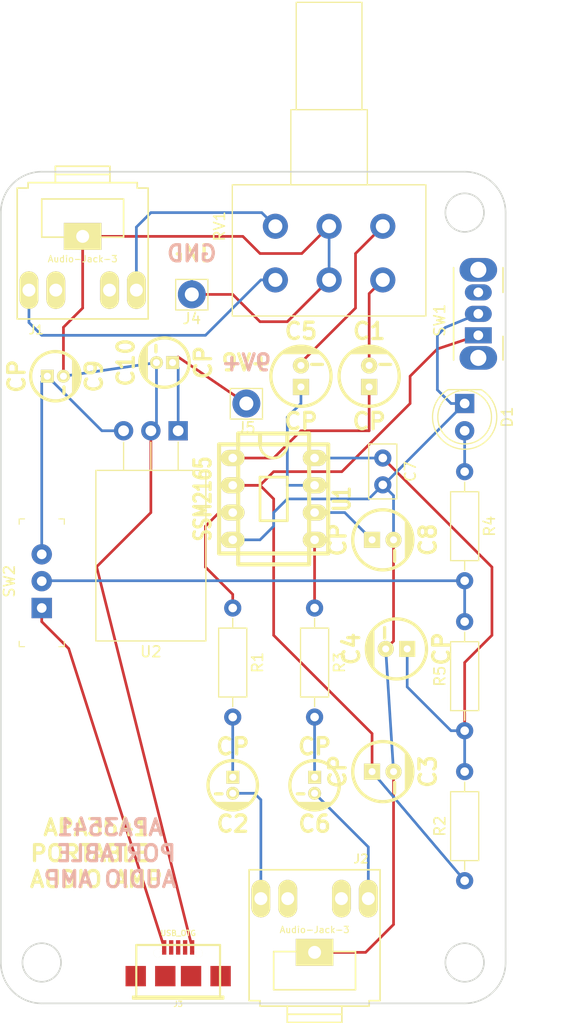
<source format=kicad_pcb>
(kicad_pcb (version 4) (host pcbnew 4.0.7)

  (general
    (links 42)
    (no_connects 0)
    (area 130.734999 29.134999 177.875001 106.755001)
    (thickness 1.6)
    (drawings 18)
    (tracks 123)
    (zones 0)
    (modules 26)
    (nets 26)
  )

  (page A4)
  (layers
    (0 F.Cu signal)
    (31 B.Cu signal)
    (32 B.Adhes user)
    (33 F.Adhes user)
    (34 B.Paste user)
    (35 F.Paste user)
    (36 B.SilkS user)
    (37 F.SilkS user)
    (38 B.Mask user)
    (39 F.Mask user)
    (40 Dwgs.User user)
    (41 Cmts.User user)
    (42 Eco1.User user)
    (43 Eco2.User user)
    (44 Edge.Cuts user)
    (45 Margin user)
    (46 B.CrtYd user)
    (47 F.CrtYd user)
    (48 B.Fab user)
    (49 F.Fab user)
  )

  (setup
    (last_trace_width 0.25)
    (trace_clearance 0.2)
    (zone_clearance 0.508)
    (zone_45_only no)
    (trace_min 0.2)
    (segment_width 0.2)
    (edge_width 0.15)
    (via_size 0.6)
    (via_drill 0.4)
    (via_min_size 0.4)
    (via_min_drill 0.3)
    (uvia_size 0.3)
    (uvia_drill 0.1)
    (uvias_allowed no)
    (uvia_min_size 0.2)
    (uvia_min_drill 0.1)
    (pcb_text_width 0.3)
    (pcb_text_size 1.5 1.5)
    (mod_edge_width 0.15)
    (mod_text_size 1 1)
    (mod_text_width 0.15)
    (pad_size 1.524 1.524)
    (pad_drill 0.762)
    (pad_to_mask_clearance 0.2)
    (aux_axis_origin 177.8 29.21)
    (visible_elements FFFFFFFF)
    (pcbplotparams
      (layerselection 0x00030_80000001)
      (usegerberextensions false)
      (excludeedgelayer true)
      (linewidth 0.100000)
      (plotframeref false)
      (viasonmask false)
      (mode 1)
      (useauxorigin false)
      (hpglpennumber 1)
      (hpglpenspeed 20)
      (hpglpendiameter 15)
      (hpglpenoverlay 2)
      (psnegative false)
      (psa4output false)
      (plotreference true)
      (plotvalue true)
      (plotinvisibletext false)
      (padsonsilk false)
      (subtractmaskfromsilk false)
      (outputformat 1)
      (mirror false)
      (drillshape 1)
      (scaleselection 1)
      (outputdirectory ""))
  )

  (net 0 "")
  (net 1 "Net-(C1-Pad1)")
  (net 2 "Net-(C1-Pad2)")
  (net 3 "Net-(C2-Pad1)")
  (net 4 "Net-(C2-Pad2)")
  (net 5 2)
  (net 6 input_gnd)
  (net 7 8)
  (net 8 "Net-(C5-Pad1)")
  (net 9 "Net-(C5-Pad2)")
  (net 10 "Net-(C6-Pad1)")
  (net 11 "Net-(C6-Pad2)")
  (net 12 "Net-(C8-Pad1)")
  (net 13 "Net-(C9-Pad1)")
  (net 14 output_gnd)
  (net 15 "Net-(C10-Pad1)")
  (net 16 "Net-(D1-Pad2)")
  (net 17 "Net-(J3-Pad1)")
  (net 18 "Net-(J3-Pad2)")
  (net 19 "Net-(J3-Pad3)")
  (net 20 "Net-(J3-Pad4)")
  (net 21 "Net-(R1-Pad1)")
  (net 22 "Net-(R3-Pad1)")
  (net 23 "Net-(R4-Pad2)")
  (net 24 R-O)
  (net 25 L-O)

  (net_class Default "This is the default net class."
    (clearance 0.2)
    (trace_width 0.25)
    (via_dia 0.6)
    (via_drill 0.4)
    (uvia_dia 0.3)
    (uvia_drill 0.1)
    (add_net 2)
    (add_net 8)
    (add_net L-O)
    (add_net "Net-(C1-Pad1)")
    (add_net "Net-(C1-Pad2)")
    (add_net "Net-(C10-Pad1)")
    (add_net "Net-(C2-Pad1)")
    (add_net "Net-(C2-Pad2)")
    (add_net "Net-(C5-Pad1)")
    (add_net "Net-(C5-Pad2)")
    (add_net "Net-(C6-Pad1)")
    (add_net "Net-(C6-Pad2)")
    (add_net "Net-(C8-Pad1)")
    (add_net "Net-(C9-Pad1)")
    (add_net "Net-(D1-Pad2)")
    (add_net "Net-(J3-Pad1)")
    (add_net "Net-(J3-Pad2)")
    (add_net "Net-(J3-Pad3)")
    (add_net "Net-(J3-Pad4)")
    (add_net "Net-(R1-Pad1)")
    (add_net "Net-(R3-Pad1)")
    (add_net "Net-(R4-Pad2)")
    (add_net R-O)
    (add_net input_gnd)
    (add_net output_gnd)
  )

  (module Potentiometers:Potentiometer_Alps_RK163_Double_Vertical (layer F.Cu) (tedit 58826D39) (tstamp 5B441F1C)
    (at 166.37 34.29 90)
    (descr "Potentiometer, vertically mounted, Omeg PC16PU, Omeg PC16PU, Omeg PC16PU, Vishay/Spectrol 248GJ/249GJ Single, Vishay/Spectrol 248GJ/249GJ Single, Vishay/Spectrol 248GJ/249GJ Single, Vishay/Spectrol 248GH/249GH Single, Vishay/Spectrol 148/149 Single, Vishay/Spectrol 148/149 Single, Vishay/Spectrol 148/149 Single, Vishay/Spectrol 148A/149A Single with mounting plates, Vishay/Spectrol 148/149 Double, Vishay/Spectrol 148A/149A Double with mounting plates, Piher PC-16 Single, Piher PC-16 Single, Piher PC-16 Single, Piher PC-16SV Single, Piher PC-16 Double, Piher PC-16 Triple, Piher T16H Single, Piher T16L Single, Piher T16H Double, Alps RK163 Single, Alps RK163 Double, http://www.alps.com/prod/info/E/PDF/Potentiometer/MetalShaft/RK163/RK163.PDF")
    (tags "Potentiometer vertical  Omeg PC16PU  Omeg PC16PU  Omeg PC16PU  Vishay/Spectrol 248GJ/249GJ Single  Vishay/Spectrol 248GJ/249GJ Single  Vishay/Spectrol 248GJ/249GJ Single  Vishay/Spectrol 248GH/249GH Single  Vishay/Spectrol 148/149 Single  Vishay/Spectrol 148/149 Single  Vishay/Spectrol 148/149 Single  Vishay/Spectrol 148A/149A Single with mounting plates  Vishay/Spectrol 148/149 Double  Vishay/Spectrol 148A/149A Double with mounting plates  Piher PC-16 Single  Piher PC-16 Single  Piher PC-16 Single  Piher PC-16SV Single  Piher PC-16 Double  Piher PC-16 Triple  Piher T16H Single  Piher T16L Single  Piher T16H Double  Alps RK163 Single  Alps RK163 Double")
    (path /5B404BFC)
    (fp_text reference RV1 (at 0 -15.2 90) (layer F.SilkS)
      (effects (font (size 1 1) (thickness 0.15)))
    )
    (fp_text value POT_Dual_Separate (at 0 5.2 90) (layer F.Fab)
      (effects (font (size 1 1) (thickness 0.15)))
    )
    (fp_line (start -8.3 -13.95) (end -8.3 3.95) (layer F.Fab) (width 0.1))
    (fp_line (start -8.3 3.95) (end 3.8 3.95) (layer F.Fab) (width 0.1))
    (fp_line (start 3.8 3.95) (end 3.8 -13.95) (layer F.Fab) (width 0.1))
    (fp_line (start 3.8 -13.95) (end -8.3 -13.95) (layer F.Fab) (width 0.1))
    (fp_line (start 3.8 -8.5) (end 3.8 -1.5) (layer F.Fab) (width 0.1))
    (fp_line (start 3.8 -1.5) (end 10.8 -1.5) (layer F.Fab) (width 0.1))
    (fp_line (start 10.8 -1.5) (end 10.8 -8.5) (layer F.Fab) (width 0.1))
    (fp_line (start 10.8 -8.5) (end 3.8 -8.5) (layer F.Fab) (width 0.1))
    (fp_line (start 10.8 -8) (end 10.8 -2) (layer F.Fab) (width 0.1))
    (fp_line (start 10.8 -2) (end 20.8 -2) (layer F.Fab) (width 0.1))
    (fp_line (start 20.8 -2) (end 20.8 -8) (layer F.Fab) (width 0.1))
    (fp_line (start 20.8 -8) (end 10.8 -8) (layer F.Fab) (width 0.1))
    (fp_line (start -8.361 -14.01) (end 3.86 -14.01) (layer F.SilkS) (width 0.12))
    (fp_line (start -8.361 4.011) (end 3.86 4.011) (layer F.SilkS) (width 0.12))
    (fp_line (start -8.361 -14.01) (end -8.361 4.011) (layer F.SilkS) (width 0.12))
    (fp_line (start 3.86 -14.01) (end 3.86 4.011) (layer F.SilkS) (width 0.12))
    (fp_line (start 3.86 -8.56) (end 10.86 -8.56) (layer F.SilkS) (width 0.12))
    (fp_line (start 3.86 -1.44) (end 10.86 -1.44) (layer F.SilkS) (width 0.12))
    (fp_line (start 3.86 -8.56) (end 3.86 -1.44) (layer F.SilkS) (width 0.12))
    (fp_line (start 10.86 -8.56) (end 10.86 -1.44) (layer F.SilkS) (width 0.12))
    (fp_line (start 10.86 -8.06) (end 20.86 -8.06) (layer F.SilkS) (width 0.12))
    (fp_line (start 10.86 -1.94) (end 20.86 -1.94) (layer F.SilkS) (width 0.12))
    (fp_line (start 10.86 -8.06) (end 10.86 -1.94) (layer F.SilkS) (width 0.12))
    (fp_line (start 20.86 -8.06) (end 20.86 -1.94) (layer F.SilkS) (width 0.12))
    (fp_line (start -8.55 -14.2) (end -8.55 4.2) (layer F.CrtYd) (width 0.05))
    (fp_line (start -8.55 4.2) (end 21.05 4.2) (layer F.CrtYd) (width 0.05))
    (fp_line (start 21.05 4.2) (end 21.05 -14.2) (layer F.CrtYd) (width 0.05))
    (fp_line (start 21.05 -14.2) (end -8.55 -14.2) (layer F.CrtYd) (width 0.05))
    (pad 3 thru_hole circle (at 0 -10 90) (size 2.34 2.34) (drill 1.3) (layers *.Cu *.Mask)
      (net 24 R-O))
    (pad 2 thru_hole circle (at 0 -5 90) (size 2.34 2.34) (drill 1.3) (layers *.Cu *.Mask)
      (net 14 output_gnd))
    (pad 1 thru_hole circle (at 0 0 90) (size 2.34 2.34) (drill 1.3) (layers *.Cu *.Mask)
      (net 9 "Net-(C5-Pad2)"))
    (pad 6 thru_hole circle (at -5 -10 90) (size 2.34 2.34) (drill 1.3) (layers *.Cu *.Mask)
      (net 25 L-O))
    (pad 5 thru_hole circle (at -5 -5 90) (size 2.34 2.34) (drill 1.3) (layers *.Cu *.Mask)
      (net 14 output_gnd))
    (pad 4 thru_hole circle (at -5 0 90) (size 2.34 2.34) (drill 1.3) (layers *.Cu *.Mask)
      (net 2 "Net-(C1-Pad2)"))
    (model Potentiometers.3dshapes/Potentiometer_Alps_RK163_Double_Vertical.wrl
      (at (xyz 0 0 0))
      (scale (xyz 1 1 1))
      (rotate (xyz 0 0 0))
    )
  )

  (module Buttons_Switches_THT2:SW_CuK_OS102011MA1QN1_SPDT_Angled (layer F.Cu) (tedit 59AFFC74) (tstamp 5B441F25)
    (at 175.26 44.45 90)
    (descr "CuK miniature slide switch, OS series, SPDT, right angle, http://www.ckswitches.com/media/1428/os.pdf")
    (tags "switch SPDT")
    (path /5B3FC7A5)
    (fp_text reference SW1 (at 1.4 -3.6 90) (layer F.SilkS)
      (effects (font (size 1 1) (thickness 0.15)))
    )
    (fp_text value SW_SPST (at 1.7 7.7 90) (layer F.Fab)
      (effects (font (size 1 1) (thickness 0.15)))
    )
    (fp_text user %R (at 2.3 1.7 90) (layer F.Fab)
      (effects (font (size 0.5 0.5) (thickness 0.1)))
    )
    (fp_line (start -2.3 -2.2) (end 6.3 -2.2) (layer F.Fab) (width 0.1))
    (fp_line (start -2.3 -2.2) (end -2.3 2.2) (layer F.Fab) (width 0.1))
    (fp_line (start -2.3 2.2) (end 6.3 2.2) (layer F.Fab) (width 0.1))
    (fp_line (start 6.3 2.2) (end 6.3 -2.2) (layer F.Fab) (width 0.1))
    (fp_line (start 2 2.2) (end 2 6.2) (layer F.Fab) (width 0.1))
    (fp_line (start 2 6.2) (end 0 6.2) (layer F.Fab) (width 0.1))
    (fp_line (start 0 6.2) (end 0 2.2) (layer F.Fab) (width 0.1))
    (fp_line (start -2.3 -2.3) (end 6.3 -2.3) (layer F.SilkS) (width 0.15))
    (fp_line (start -2.3 2.3) (end -0.1 2.3) (layer F.SilkS) (width 0.15))
    (fp_line (start 4 2.3) (end 6.3 2.3) (layer F.SilkS) (width 0.15))
    (fp_line (start 7.7 -2.7) (end 7.7 6.7) (layer F.CrtYd) (width 0.05))
    (fp_line (start 7.7 6.7) (end -3.7 6.7) (layer F.CrtYd) (width 0.05))
    (fp_line (start -3.7 6.7) (end -3.7 -2.7) (layer F.CrtYd) (width 0.05))
    (fp_line (start -3.7 -2.7) (end 7.7 -2.7) (layer F.CrtYd) (width 0.05))
    (pad 1 thru_hole rect (at 0 0 90) (size 1.5 2.5) (drill 0.9) (layers *.Cu *.Mask)
      (net 5 2))
    (pad 2 thru_hole oval (at 2 0 90) (size 1.5 2.5) (drill 0.9) (layers *.Cu *.Mask)
      (net 6 input_gnd))
    (pad 3 thru_hole oval (at 4 0 90) (size 1.5 2.5) (drill 0.9) (layers *.Cu *.Mask))
    (pad "" thru_hole oval (at -2.1 0 90) (size 2.2 3.5) (drill 1.5) (layers *.Cu *.Mask))
    (pad "" thru_hole oval (at 6.1 0 90) (size 2.2 3.5) (drill 1.5) (layers *.Cu *.Mask))
    (model ${KISYS3DMOD}/Buttons_Switches_THT.3dshapes/SW_CuK_OS102011MA1QN1_SPDT_Angled.wrl
      (at (xyz 0 0 0))
      (scale (xyz 1 1 1))
      (rotate (xyz 0 0 0))
    )
  )

  (module w_capacitors:CP_5x11mm (layer F.Cu) (tedit 0) (tstamp 5B441E8B)
    (at 165.1 48.26)
    (descr "Capacitor, pol, cyl 5x11mm")
    (path /5B3FD763)
    (fp_text reference C1 (at 0 -4.2) (layer F.SilkS)
      (effects (font (thickness 0.3048)))
    )
    (fp_text value CP (at 0 4.2) (layer F.SilkS)
      (effects (font (thickness 0.3048)))
    )
    (fp_line (start -0.8 -2.6) (end 0.8 -2.6) (layer F.SilkS) (width 0.3048))
    (fp_line (start -1.3 -2.4) (end 1.3 -2.4) (layer F.SilkS) (width 0.3048))
    (fp_line (start -1.7 -2.2) (end 1.7 -2.2) (layer F.SilkS) (width 0.3048))
    (fp_circle (center 0 0) (end 2.8 0) (layer F.SilkS) (width 0.3048))
    (fp_line (start 1 -1.1) (end 2 -1.1) (layer F.SilkS) (width 0.3))
    (pad 1 thru_hole rect (at 0 1) (size 1.5 1.5) (drill 0.65) (layers *.Cu *.Mask F.SilkS)
      (net 1 "Net-(C1-Pad1)"))
    (pad 2 thru_hole circle (at 0 -1) (size 1.5 1.5) (drill 0.65) (layers *.Cu *.Mask F.SilkS)
      (net 2 "Net-(C1-Pad2)"))
    (model walter/capacitors/cp_5x11mm.wrl
      (at (xyz 0 0 0))
      (scale (xyz 1 1 1))
      (rotate (xyz 0 0 0))
    )
  )

  (module w_capacitors:CP_4x7mm (layer F.Cu) (tedit 0) (tstamp 5B441E91)
    (at 152.4 86.36 180)
    (descr "Capacitor, pol, cyl 4x7mm")
    (path /5B3FD769)
    (fp_text reference C2 (at 0 -3.6 180) (layer F.SilkS)
      (effects (font (thickness 0.3048)))
    )
    (fp_text value CP (at 0 3.6 180) (layer F.SilkS)
      (effects (font (thickness 0.3048)))
    )
    (fp_line (start -0.7 -2.1) (end 0.7 -2.1) (layer F.SilkS) (width 0.3048))
    (fp_line (start -1.2 -1.9) (end 1.2 -1.9) (layer F.SilkS) (width 0.3048))
    (fp_line (start -1.5 -1.7) (end 1.5 -1.7) (layer F.SilkS) (width 0.3048))
    (fp_line (start 1 -0.8) (end 1.6 -0.8) (layer F.SilkS) (width 0.3))
    (fp_circle (center 0 0) (end -2.3 0) (layer F.SilkS) (width 0.3048))
    (pad 1 thru_hole rect (at 0 0.75 180) (size 1.2 1.2) (drill 0.65) (layers *.Cu *.Mask F.SilkS)
      (net 3 "Net-(C2-Pad1)"))
    (pad 2 thru_hole circle (at 0 -0.75 180) (size 1.2 1.2) (drill 0.65) (layers *.Cu *.Mask F.SilkS)
      (net 4 "Net-(C2-Pad2)"))
    (model walter/capacitors/cp_4x7mm.wrl
      (at (xyz 0 0 0))
      (scale (xyz 1 1 1))
      (rotate (xyz 0 0 0))
    )
  )

  (module w_capacitors:CP_5x7mm (layer F.Cu) (tedit 0) (tstamp 5B441E97)
    (at 166.37 85.09 270)
    (descr "Capacitor, pol, cyl 5x7mm")
    (path /5B3EED8C)
    (fp_text reference C3 (at 0 -4.2 270) (layer F.SilkS)
      (effects (font (thickness 0.3048)))
    )
    (fp_text value CP (at 0 4.2 270) (layer F.SilkS)
      (effects (font (thickness 0.3048)))
    )
    (fp_line (start -0.8 -2.6) (end 0.8 -2.6) (layer F.SilkS) (width 0.3048))
    (fp_line (start -1.3 -2.4) (end 1.3 -2.4) (layer F.SilkS) (width 0.3048))
    (fp_line (start -1.7 -2.2) (end 1.7 -2.2) (layer F.SilkS) (width 0.3048))
    (fp_circle (center 0 0) (end 2.8 0) (layer F.SilkS) (width 0.3048))
    (fp_line (start 1 -1.1) (end 2 -1.1) (layer F.SilkS) (width 0.3))
    (pad 1 thru_hole rect (at 0 1 270) (size 1.5 1.5) (drill 0.65) (layers *.Cu *.Mask F.SilkS)
      (net 5 2))
    (pad 2 thru_hole circle (at 0 -1 270) (size 1.5 1.5) (drill 0.65) (layers *.Cu *.Mask F.SilkS)
      (net 6 input_gnd))
    (model walter/capacitors/cp_5x7mm.wrl
      (at (xyz 0 0 0))
      (scale (xyz 1 1 1))
      (rotate (xyz 0 0 0))
    )
  )

  (module w_capacitors:CP_5x11mm (layer F.Cu) (tedit 0) (tstamp 5B441E9D)
    (at 167.64 73.66 90)
    (descr "Capacitor, pol, cyl 5x11mm")
    (path /5B3FD149)
    (fp_text reference C4 (at 0 -4.2 90) (layer F.SilkS)
      (effects (font (thickness 0.3048)))
    )
    (fp_text value CP (at 0 4.2 90) (layer F.SilkS)
      (effects (font (thickness 0.3048)))
    )
    (fp_line (start -0.8 -2.6) (end 0.8 -2.6) (layer F.SilkS) (width 0.3048))
    (fp_line (start -1.3 -2.4) (end 1.3 -2.4) (layer F.SilkS) (width 0.3048))
    (fp_line (start -1.7 -2.2) (end 1.7 -2.2) (layer F.SilkS) (width 0.3048))
    (fp_circle (center 0 0) (end 2.8 0) (layer F.SilkS) (width 0.3048))
    (fp_line (start 1 -1.1) (end 2 -1.1) (layer F.SilkS) (width 0.3))
    (pad 1 thru_hole rect (at 0 1 90) (size 1.5 1.5) (drill 0.65) (layers *.Cu *.Mask F.SilkS)
      (net 7 8))
    (pad 2 thru_hole circle (at 0 -1 90) (size 1.5 1.5) (drill 0.65) (layers *.Cu *.Mask F.SilkS)
      (net 6 input_gnd))
    (model walter/capacitors/cp_5x11mm.wrl
      (at (xyz 0 0 0))
      (scale (xyz 1 1 1))
      (rotate (xyz 0 0 0))
    )
  )

  (module w_capacitors:CP_5x11mm (layer F.Cu) (tedit 0) (tstamp 5B441EA3)
    (at 158.75 48.26)
    (descr "Capacitor, pol, cyl 5x11mm")
    (path /5B3FD76F)
    (fp_text reference C5 (at 0 -4.2) (layer F.SilkS)
      (effects (font (thickness 0.3048)))
    )
    (fp_text value CP (at 0 4.2) (layer F.SilkS)
      (effects (font (thickness 0.3048)))
    )
    (fp_line (start -0.8 -2.6) (end 0.8 -2.6) (layer F.SilkS) (width 0.3048))
    (fp_line (start -1.3 -2.4) (end 1.3 -2.4) (layer F.SilkS) (width 0.3048))
    (fp_line (start -1.7 -2.2) (end 1.7 -2.2) (layer F.SilkS) (width 0.3048))
    (fp_circle (center 0 0) (end 2.8 0) (layer F.SilkS) (width 0.3048))
    (fp_line (start 1 -1.1) (end 2 -1.1) (layer F.SilkS) (width 0.3))
    (pad 1 thru_hole rect (at 0 1) (size 1.5 1.5) (drill 0.65) (layers *.Cu *.Mask F.SilkS)
      (net 8 "Net-(C5-Pad1)"))
    (pad 2 thru_hole circle (at 0 -1) (size 1.5 1.5) (drill 0.65) (layers *.Cu *.Mask F.SilkS)
      (net 9 "Net-(C5-Pad2)"))
    (model walter/capacitors/cp_5x11mm.wrl
      (at (xyz 0 0 0))
      (scale (xyz 1 1 1))
      (rotate (xyz 0 0 0))
    )
  )

  (module w_capacitors:CP_4x7mm (layer F.Cu) (tedit 0) (tstamp 5B441EA9)
    (at 160.02 86.36 180)
    (descr "Capacitor, pol, cyl 4x7mm")
    (path /5B3FD408)
    (fp_text reference C6 (at 0 -3.6 180) (layer F.SilkS)
      (effects (font (thickness 0.3048)))
    )
    (fp_text value CP (at 0 3.6 180) (layer F.SilkS)
      (effects (font (thickness 0.3048)))
    )
    (fp_line (start -0.7 -2.1) (end 0.7 -2.1) (layer F.SilkS) (width 0.3048))
    (fp_line (start -1.2 -1.9) (end 1.2 -1.9) (layer F.SilkS) (width 0.3048))
    (fp_line (start -1.5 -1.7) (end 1.5 -1.7) (layer F.SilkS) (width 0.3048))
    (fp_line (start 1 -0.8) (end 1.6 -0.8) (layer F.SilkS) (width 0.3))
    (fp_circle (center 0 0) (end -2.3 0) (layer F.SilkS) (width 0.3048))
    (pad 1 thru_hole rect (at 0 0.75 180) (size 1.2 1.2) (drill 0.65) (layers *.Cu *.Mask F.SilkS)
      (net 10 "Net-(C6-Pad1)"))
    (pad 2 thru_hole circle (at 0 -0.75 180) (size 1.2 1.2) (drill 0.65) (layers *.Cu *.Mask F.SilkS)
      (net 11 "Net-(C6-Pad2)"))
    (model walter/capacitors/cp_4x7mm.wrl
      (at (xyz 0 0 0))
      (scale (xyz 1 1 1))
      (rotate (xyz 0 0 0))
    )
  )

  (module Capacitors_THT:C_Disc_D5.0mm_W2.5mm_P2.50mm (layer F.Cu) (tedit 597BC7C2) (tstamp 5B441EAF)
    (at 166.37 55.88 270)
    (descr "C, Disc series, Radial, pin pitch=2.50mm, , diameter*width=5*2.5mm^2, Capacitor, http://cdn-reichelt.de/documents/datenblatt/B300/DS_KERKO_TC.pdf")
    (tags "C Disc series Radial pin pitch 2.50mm  diameter 5mm width 2.5mm Capacitor")
    (path /5B3EEEB5)
    (fp_text reference C7 (at 1.25 -2.56 270) (layer F.SilkS)
      (effects (font (size 1 1) (thickness 0.15)))
    )
    (fp_text value C_Small (at 1.25 2.56 270) (layer F.Fab)
      (effects (font (size 1 1) (thickness 0.15)))
    )
    (fp_line (start -1.25 -1.25) (end -1.25 1.25) (layer F.Fab) (width 0.1))
    (fp_line (start -1.25 1.25) (end 3.75 1.25) (layer F.Fab) (width 0.1))
    (fp_line (start 3.75 1.25) (end 3.75 -1.25) (layer F.Fab) (width 0.1))
    (fp_line (start 3.75 -1.25) (end -1.25 -1.25) (layer F.Fab) (width 0.1))
    (fp_line (start -1.31 -1.31) (end 3.81 -1.31) (layer F.SilkS) (width 0.12))
    (fp_line (start -1.31 1.31) (end 3.81 1.31) (layer F.SilkS) (width 0.12))
    (fp_line (start -1.31 -1.31) (end -1.31 1.31) (layer F.SilkS) (width 0.12))
    (fp_line (start 3.81 -1.31) (end 3.81 1.31) (layer F.SilkS) (width 0.12))
    (fp_line (start -1.6 -1.6) (end -1.6 1.6) (layer F.CrtYd) (width 0.05))
    (fp_line (start -1.6 1.6) (end 4.1 1.6) (layer F.CrtYd) (width 0.05))
    (fp_line (start 4.1 1.6) (end 4.1 -1.6) (layer F.CrtYd) (width 0.05))
    (fp_line (start 4.1 -1.6) (end -1.6 -1.6) (layer F.CrtYd) (width 0.05))
    (fp_text user %R (at 1.25 0 270) (layer F.Fab)
      (effects (font (size 1 1) (thickness 0.15)))
    )
    (pad 1 thru_hole circle (at 0 0 270) (size 1.6 1.6) (drill 0.8) (layers *.Cu *.Mask)
      (net 7 8))
    (pad 2 thru_hole circle (at 2.5 0 270) (size 1.6 1.6) (drill 0.8) (layers *.Cu *.Mask)
      (net 6 input_gnd))
    (model ${KISYS3DMOD}/Capacitors_THT.3dshapes/C_Disc_D5.0mm_W2.5mm_P2.50mm.wrl
      (at (xyz 0 0 0))
      (scale (xyz 1 1 1))
      (rotate (xyz 0 0 0))
    )
  )

  (module w_capacitors:CP_5x11mm (layer F.Cu) (tedit 0) (tstamp 5B441EB5)
    (at 166.37 63.5 270)
    (descr "Capacitor, pol, cyl 5x11mm")
    (path /5B3FD402)
    (fp_text reference C8 (at 0 -4.2 270) (layer F.SilkS)
      (effects (font (thickness 0.3048)))
    )
    (fp_text value CP (at 0 4.2 270) (layer F.SilkS)
      (effects (font (thickness 0.3048)))
    )
    (fp_line (start -0.8 -2.6) (end 0.8 -2.6) (layer F.SilkS) (width 0.3048))
    (fp_line (start -1.3 -2.4) (end 1.3 -2.4) (layer F.SilkS) (width 0.3048))
    (fp_line (start -1.7 -2.2) (end 1.7 -2.2) (layer F.SilkS) (width 0.3048))
    (fp_circle (center 0 0) (end 2.8 0) (layer F.SilkS) (width 0.3048))
    (fp_line (start 1 -1.1) (end 2 -1.1) (layer F.SilkS) (width 0.3))
    (pad 1 thru_hole rect (at 0 1 270) (size 1.5 1.5) (drill 0.65) (layers *.Cu *.Mask F.SilkS)
      (net 12 "Net-(C8-Pad1)"))
    (pad 2 thru_hole circle (at 0 -1 270) (size 1.5 1.5) (drill 0.65) (layers *.Cu *.Mask F.SilkS)
      (net 6 input_gnd))
    (model walter/capacitors/cp_5x11mm.wrl
      (at (xyz 0 0 0))
      (scale (xyz 1 1 1))
      (rotate (xyz 0 0 0))
    )
  )

  (module w_capacitors:CP_4x7mm (layer F.Cu) (tedit 0) (tstamp 5B441EBB)
    (at 135.89 48.26 270)
    (descr "Capacitor, pol, cyl 4x7mm")
    (path /5B414320)
    (fp_text reference C9 (at 0 -3.6 270) (layer F.SilkS)
      (effects (font (thickness 0.3048)))
    )
    (fp_text value CP (at 0 3.6 270) (layer F.SilkS)
      (effects (font (thickness 0.3048)))
    )
    (fp_line (start -0.7 -2.1) (end 0.7 -2.1) (layer F.SilkS) (width 0.3048))
    (fp_line (start -1.2 -1.9) (end 1.2 -1.9) (layer F.SilkS) (width 0.3048))
    (fp_line (start -1.5 -1.7) (end 1.5 -1.7) (layer F.SilkS) (width 0.3048))
    (fp_line (start 1 -0.8) (end 1.6 -0.8) (layer F.SilkS) (width 0.3))
    (fp_circle (center 0 0) (end -2.3 0) (layer F.SilkS) (width 0.3048))
    (pad 1 thru_hole rect (at 0 0.75 270) (size 1.2 1.2) (drill 0.65) (layers *.Cu *.Mask F.SilkS)
      (net 13 "Net-(C9-Pad1)"))
    (pad 2 thru_hole circle (at 0 -0.75 270) (size 1.2 1.2) (drill 0.65) (layers *.Cu *.Mask F.SilkS)
      (net 14 output_gnd))
    (model walter/capacitors/cp_4x7mm.wrl
      (at (xyz 0 0 0))
      (scale (xyz 1 1 1))
      (rotate (xyz 0 0 0))
    )
  )

  (module w_capacitors2:CP_4x7mm (layer F.Cu) (tedit 526424B7) (tstamp 5B441EC1)
    (at 146.05 46.99 90)
    (descr "Capacitor, pol, cyl 4x7mm")
    (path /5B4141DC)
    (fp_text reference C10 (at 0 -3.6 90) (layer F.SilkS)
      (effects (font (thickness 0.3048)))
    )
    (fp_text value CP (at 0 3.6 90) (layer F.SilkS)
      (effects (font (thickness 0.3048)))
    )
    (fp_line (start -0.7 -2.1) (end 0.7 -2.1) (layer F.SilkS) (width 0.3048))
    (fp_line (start -1.2 -1.9) (end 1.2 -1.9) (layer F.SilkS) (width 0.3048))
    (fp_line (start -1.5 -1.7) (end 1.5 -1.7) (layer F.SilkS) (width 0.3048))
    (fp_line (start 1 -0.8) (end 1.6 -0.8) (layer F.SilkS) (width 0.3))
    (fp_circle (center 0 0) (end -2.3 0) (layer F.SilkS) (width 0.3048))
    (pad 1 thru_hole rect (at 0 0.75 90) (size 1.2 1.2) (drill 0.65) (layers *.Cu *.Mask F.SilkS)
      (net 15 "Net-(C10-Pad1)"))
    (pad 2 thru_hole circle (at 0 -0.75 90) (size 1.2 1.2) (drill 0.65) (layers *.Cu *.Mask F.SilkS)
      (net 14 output_gnd))
    (model walter/capacitors/cp_4x7mm.wrl
      (at (xyz 0 0 0))
      (scale (xyz 1 1 1))
      (rotate (xyz 0 0 0))
    )
  )

  (module LEDs:LED_D5.0mm (layer F.Cu) (tedit 5995936A) (tstamp 5B441EC7)
    (at 173.99 50.8 270)
    (descr "LED, diameter 5.0mm, 2 pins, http://cdn-reichelt.de/documents/datenblatt/A500/LL-504BC2E-009.pdf")
    (tags "LED diameter 5.0mm 2 pins")
    (path /5B3EE52A)
    (fp_text reference D1 (at 1.27 -3.96 270) (layer F.SilkS)
      (effects (font (size 1 1) (thickness 0.15)))
    )
    (fp_text value LED (at 1.27 3.96 270) (layer F.Fab)
      (effects (font (size 1 1) (thickness 0.15)))
    )
    (fp_arc (start 1.27 0) (end -1.23 -1.469694) (angle 299.1) (layer F.Fab) (width 0.1))
    (fp_arc (start 1.27 0) (end -1.29 -1.54483) (angle 148.9) (layer F.SilkS) (width 0.12))
    (fp_arc (start 1.27 0) (end -1.29 1.54483) (angle -148.9) (layer F.SilkS) (width 0.12))
    (fp_circle (center 1.27 0) (end 3.77 0) (layer F.Fab) (width 0.1))
    (fp_circle (center 1.27 0) (end 3.77 0) (layer F.SilkS) (width 0.12))
    (fp_line (start -1.23 -1.469694) (end -1.23 1.469694) (layer F.Fab) (width 0.1))
    (fp_line (start -1.29 -1.545) (end -1.29 1.545) (layer F.SilkS) (width 0.12))
    (fp_line (start -1.95 -3.25) (end -1.95 3.25) (layer F.CrtYd) (width 0.05))
    (fp_line (start -1.95 3.25) (end 4.5 3.25) (layer F.CrtYd) (width 0.05))
    (fp_line (start 4.5 3.25) (end 4.5 -3.25) (layer F.CrtYd) (width 0.05))
    (fp_line (start 4.5 -3.25) (end -1.95 -3.25) (layer F.CrtYd) (width 0.05))
    (fp_text user %R (at 1.25 0 270) (layer F.Fab)
      (effects (font (size 0.8 0.8) (thickness 0.2)))
    )
    (pad 1 thru_hole rect (at 0 0 270) (size 1.8 1.8) (drill 0.9) (layers *.Cu *.Mask)
      (net 6 input_gnd))
    (pad 2 thru_hole circle (at 2.54 0 270) (size 1.8 1.8) (drill 0.9) (layers *.Cu *.Mask)
      (net 16 "Net-(D1-Pad2)"))
    (model ${KISYS3DMOD}/LEDs.3dshapes/LED_D5.0mm.wrl
      (at (xyz 0 0 0))
      (scale (xyz 0.393701 0.393701 0.393701))
      (rotate (xyz 0 0 0))
    )
  )

  (module w_conn_pc:conn_usb_B_micro_smd-3 (layer F.Cu) (tedit 5AD5C42C) (tstamp 5B441EEA)
    (at 147.32 104.14)
    (descr "USB B micro SMD connector with retention pins")
    (path /5B413F76)
    (fp_text reference J3 (at 0 2.60096) (layer F.SilkS)
      (effects (font (size 0.50038 0.50038) (thickness 0.09906)))
    )
    (fp_text value USB_OTG (at 0 -4.0005) (layer F.SilkS)
      (effects (font (size 0.50038 0.50038) (thickness 0.09906)))
    )
    (fp_line (start -4.20116 1.99898) (end 4.20116 1.99898) (layer F.SilkS) (width 0.20066))
    (fp_line (start -4.20116 2.10058) (end 4.20116 2.10058) (layer F.SilkS) (width 0.20066))
    (fp_line (start 4.20116 2.10058) (end 4.20116 1.89992) (layer F.SilkS) (width 0.20066))
    (fp_line (start 4.20116 1.89992) (end -4.20116 1.89992) (layer F.SilkS) (width 0.20066))
    (fp_line (start -4.20116 1.89992) (end -4.20116 2.10058) (layer F.SilkS) (width 0.20066))
    (fp_line (start -3.8989 2.10058) (end -3.8989 -2.90068) (layer F.SilkS) (width 0.20066))
    (fp_line (start -3.8989 -2.90068) (end 3.8989 -2.90068) (layer F.SilkS) (width 0.20066))
    (fp_line (start 3.8989 -2.90068) (end 3.8989 2.10058) (layer F.SilkS) (width 0.20066))
    (pad "" smd rect (at -1.19888 0) (size 1.89738 1.89738) (layers F.Cu F.Paste F.Mask))
    (pad "" smd rect (at 1.19888 0) (size 1.89738 1.89738) (layers F.Cu F.Paste F.Mask))
    (pad "" smd rect (at 3.9497 0) (size 1.89738 1.89738) (layers F.Cu F.Paste F.Mask))
    (pad "" smd rect (at -3.9497 0) (size 1.89738 1.89738) (layers F.Cu F.Paste F.Mask))
    (pad 1 smd rect (at -1.30048 -2.67462) (size 0.39878 1.34874) (layers F.Cu F.Paste F.Mask)
      (net 17 "Net-(J3-Pad1)"))
    (pad 2 smd rect (at -0.6477 -2.67462) (size 0.39878 1.3462) (layers F.Cu F.Paste F.Mask)
      (net 18 "Net-(J3-Pad2)"))
    (pad 3 smd rect (at 0 -2.67462) (size 0.39878 1.3462) (layers F.Cu F.Paste F.Mask)
      (net 19 "Net-(J3-Pad3)"))
    (pad 4 smd rect (at 0.6477 -2.67462) (size 0.39878 1.3462) (layers F.Cu F.Paste F.Mask)
      (net 20 "Net-(J3-Pad4)"))
    (pad 5 smd rect (at 1.30048 -2.67462) (size 0.39878 1.3462) (layers F.Cu F.Paste F.Mask)
      (net 14 output_gnd))
    (pad "" np_thru_hole circle (at 1.89738 -2.1463) (size 0.79756 0.79756) (drill 0.79756) (layers *.Cu *.Mask F.SilkS))
    (pad "" np_thru_hole circle (at -1.89992 -2.14884) (size 0.79756 0.79756) (drill 0.79756) (layers *.Cu *.Mask F.SilkS))
    (model walter/conn_pc/usb_B_micro_smd-2.wrl
      (at (xyz 0 0 0))
      (scale (xyz 1 1 1))
      (rotate (xyz 0 0 0))
    )
  )

  (module Connectors:Pin_d1.4mm_L8.5mm_W2.8mm_FlatFork (layer F.Cu) (tedit 59B3E075) (tstamp 5B441EEF)
    (at 148.59 40.64)
    (descr "solder Pin_ with flat with fork, hole diameter 1.4mm, length 8.5mm, width 2.8mm, e.g. Ettinger 13.13.890, https://katalog.ettinger.de/#p=434")
    (tags "solder Pin_ with flat fork")
    (path /5B43C6DA)
    (fp_text reference J4 (at 0 2.25) (layer F.SilkS)
      (effects (font (size 1 1) (thickness 0.15)))
    )
    (fp_text value Conn_01x01 (at 0 -2.05) (layer F.Fab)
      (effects (font (size 1 1) (thickness 0.15)))
    )
    (fp_text user %R (at 0 2.25) (layer F.Fab)
      (effects (font (size 1 1) (thickness 0.15)))
    )
    (fp_line (start 1.4 0.25) (end -1.4 0.25) (layer F.Fab) (width 0.12))
    (fp_line (start -1.4 -0.25) (end 1.4 -0.25) (layer F.Fab) (width 0.12))
    (fp_line (start -1.5 -1.4) (end 1.5 -1.4) (layer F.SilkS) (width 0.12))
    (fp_line (start 1.5 -1.4) (end 1.5 1.45) (layer F.SilkS) (width 0.12))
    (fp_line (start -1.5 -1.4) (end -1.5 1.45) (layer F.SilkS) (width 0.12))
    (fp_line (start -1.5 1.45) (end 1.5 1.45) (layer F.SilkS) (width 0.12))
    (fp_line (start 1.4 -0.25) (end 1.4 0.25) (layer F.Fab) (width 0.12))
    (fp_line (start -1.4 0.25) (end -1.4 -0.25) (layer F.Fab) (width 0.12))
    (fp_line (start -1.9 -1.8) (end 1.9 -1.8) (layer F.CrtYd) (width 0.05))
    (fp_line (start -1.9 -1.8) (end -1.9 1.8) (layer F.CrtYd) (width 0.05))
    (fp_line (start 1.9 1.8) (end 1.9 -1.8) (layer F.CrtYd) (width 0.05))
    (fp_line (start 1.9 1.8) (end -1.9 1.8) (layer F.CrtYd) (width 0.05))
    (pad 1 thru_hole circle (at 0 0) (size 2.6 2.6) (drill 1.3) (layers *.Cu *.Mask)
      (net 14 output_gnd))
    (model ${KISYS3DMOD}/Connectors.3dshapes/Pin_d1.4mm_L8.5mm_W2.8mm_FlatFork.wrl
      (at (xyz 0 0 0))
      (scale (xyz 1 1 1))
      (rotate (xyz 0 0 0))
    )
  )

  (module Connectors:Pin_d1.4mm_L8.5mm_W2.8mm_FlatFork (layer F.Cu) (tedit 59B3E075) (tstamp 5B441EF4)
    (at 153.67 50.8)
    (descr "solder Pin_ with flat with fork, hole diameter 1.4mm, length 8.5mm, width 2.8mm, e.g. Ettinger 13.13.890, https://katalog.ettinger.de/#p=434")
    (tags "solder Pin_ with flat fork")
    (path /5B43C8B8)
    (fp_text reference J5 (at 0 2.25) (layer F.SilkS)
      (effects (font (size 1 1) (thickness 0.15)))
    )
    (fp_text value Conn_01x01 (at 0 -2.05) (layer F.Fab)
      (effects (font (size 1 1) (thickness 0.15)))
    )
    (fp_text user %R (at 0 2.25) (layer F.Fab)
      (effects (font (size 1 1) (thickness 0.15)))
    )
    (fp_line (start 1.4 0.25) (end -1.4 0.25) (layer F.Fab) (width 0.12))
    (fp_line (start -1.4 -0.25) (end 1.4 -0.25) (layer F.Fab) (width 0.12))
    (fp_line (start -1.5 -1.4) (end 1.5 -1.4) (layer F.SilkS) (width 0.12))
    (fp_line (start 1.5 -1.4) (end 1.5 1.45) (layer F.SilkS) (width 0.12))
    (fp_line (start -1.5 -1.4) (end -1.5 1.45) (layer F.SilkS) (width 0.12))
    (fp_line (start -1.5 1.45) (end 1.5 1.45) (layer F.SilkS) (width 0.12))
    (fp_line (start 1.4 -0.25) (end 1.4 0.25) (layer F.Fab) (width 0.12))
    (fp_line (start -1.4 0.25) (end -1.4 -0.25) (layer F.Fab) (width 0.12))
    (fp_line (start -1.9 -1.8) (end 1.9 -1.8) (layer F.CrtYd) (width 0.05))
    (fp_line (start -1.9 -1.8) (end -1.9 1.8) (layer F.CrtYd) (width 0.05))
    (fp_line (start 1.9 1.8) (end 1.9 -1.8) (layer F.CrtYd) (width 0.05))
    (fp_line (start 1.9 1.8) (end -1.9 1.8) (layer F.CrtYd) (width 0.05))
    (pad 1 thru_hole circle (at 0 0) (size 2.6 2.6) (drill 1.3) (layers *.Cu *.Mask)
      (net 15 "Net-(C10-Pad1)"))
    (model ${KISYS3DMOD}/Connectors.3dshapes/Pin_d1.4mm_L8.5mm_W2.8mm_FlatFork.wrl
      (at (xyz 0 0 0))
      (scale (xyz 1 1 1))
      (rotate (xyz 0 0 0))
    )
  )

  (module Resistors_THT:R_Axial_DIN0207_L6.3mm_D2.5mm_P10.16mm_Horizontal (layer F.Cu) (tedit 5874F706) (tstamp 5B441EFA)
    (at 152.4 69.85 270)
    (descr "Resistor, Axial_DIN0207 series, Axial, Horizontal, pin pitch=10.16mm, 0.25W = 1/4W, length*diameter=6.3*2.5mm^2, http://cdn-reichelt.de/documents/datenblatt/B400/1_4W%23YAG.pdf")
    (tags "Resistor Axial_DIN0207 series Axial Horizontal pin pitch 10.16mm 0.25W = 1/4W length 6.3mm diameter 2.5mm")
    (path /5B3FE26E)
    (fp_text reference R1 (at 5.08 -2.31 270) (layer F.SilkS)
      (effects (font (size 1 1) (thickness 0.15)))
    )
    (fp_text value R (at 5.08 2.31 270) (layer F.Fab)
      (effects (font (size 1 1) (thickness 0.15)))
    )
    (fp_line (start 1.93 -1.25) (end 1.93 1.25) (layer F.Fab) (width 0.1))
    (fp_line (start 1.93 1.25) (end 8.23 1.25) (layer F.Fab) (width 0.1))
    (fp_line (start 8.23 1.25) (end 8.23 -1.25) (layer F.Fab) (width 0.1))
    (fp_line (start 8.23 -1.25) (end 1.93 -1.25) (layer F.Fab) (width 0.1))
    (fp_line (start 0 0) (end 1.93 0) (layer F.Fab) (width 0.1))
    (fp_line (start 10.16 0) (end 8.23 0) (layer F.Fab) (width 0.1))
    (fp_line (start 1.87 -1.31) (end 1.87 1.31) (layer F.SilkS) (width 0.12))
    (fp_line (start 1.87 1.31) (end 8.29 1.31) (layer F.SilkS) (width 0.12))
    (fp_line (start 8.29 1.31) (end 8.29 -1.31) (layer F.SilkS) (width 0.12))
    (fp_line (start 8.29 -1.31) (end 1.87 -1.31) (layer F.SilkS) (width 0.12))
    (fp_line (start 0.98 0) (end 1.87 0) (layer F.SilkS) (width 0.12))
    (fp_line (start 9.18 0) (end 8.29 0) (layer F.SilkS) (width 0.12))
    (fp_line (start -1.05 -1.6) (end -1.05 1.6) (layer F.CrtYd) (width 0.05))
    (fp_line (start -1.05 1.6) (end 11.25 1.6) (layer F.CrtYd) (width 0.05))
    (fp_line (start 11.25 1.6) (end 11.25 -1.6) (layer F.CrtYd) (width 0.05))
    (fp_line (start 11.25 -1.6) (end -1.05 -1.6) (layer F.CrtYd) (width 0.05))
    (pad 1 thru_hole circle (at 0 0 270) (size 1.6 1.6) (drill 0.8) (layers *.Cu *.Mask)
      (net 21 "Net-(R1-Pad1)"))
    (pad 2 thru_hole oval (at 10.16 0 270) (size 1.6 1.6) (drill 0.8) (layers *.Cu *.Mask)
      (net 3 "Net-(C2-Pad1)"))
    (model ${KISYS3DMOD}/Resistors_THT.3dshapes/R_Axial_DIN0207_L6.3mm_D2.5mm_P10.16mm_Horizontal.wrl
      (at (xyz 0 0 0))
      (scale (xyz 0.393701 0.393701 0.393701))
      (rotate (xyz 0 0 0))
    )
  )

  (module Resistors_THT:R_Axial_DIN0207_L6.3mm_D2.5mm_P10.16mm_Horizontal (layer F.Cu) (tedit 5874F706) (tstamp 5B441F00)
    (at 173.99 95.25 90)
    (descr "Resistor, Axial_DIN0207 series, Axial, Horizontal, pin pitch=10.16mm, 0.25W = 1/4W, length*diameter=6.3*2.5mm^2, http://cdn-reichelt.de/documents/datenblatt/B400/1_4W%23YAG.pdf")
    (tags "Resistor Axial_DIN0207 series Axial Horizontal pin pitch 10.16mm 0.25W = 1/4W length 6.3mm diameter 2.5mm")
    (path /5B3FE268)
    (fp_text reference R2 (at 5.08 -2.31 90) (layer F.SilkS)
      (effects (font (size 1 1) (thickness 0.15)))
    )
    (fp_text value R (at 5.08 2.31 90) (layer F.Fab)
      (effects (font (size 1 1) (thickness 0.15)))
    )
    (fp_line (start 1.93 -1.25) (end 1.93 1.25) (layer F.Fab) (width 0.1))
    (fp_line (start 1.93 1.25) (end 8.23 1.25) (layer F.Fab) (width 0.1))
    (fp_line (start 8.23 1.25) (end 8.23 -1.25) (layer F.Fab) (width 0.1))
    (fp_line (start 8.23 -1.25) (end 1.93 -1.25) (layer F.Fab) (width 0.1))
    (fp_line (start 0 0) (end 1.93 0) (layer F.Fab) (width 0.1))
    (fp_line (start 10.16 0) (end 8.23 0) (layer F.Fab) (width 0.1))
    (fp_line (start 1.87 -1.31) (end 1.87 1.31) (layer F.SilkS) (width 0.12))
    (fp_line (start 1.87 1.31) (end 8.29 1.31) (layer F.SilkS) (width 0.12))
    (fp_line (start 8.29 1.31) (end 8.29 -1.31) (layer F.SilkS) (width 0.12))
    (fp_line (start 8.29 -1.31) (end 1.87 -1.31) (layer F.SilkS) (width 0.12))
    (fp_line (start 0.98 0) (end 1.87 0) (layer F.SilkS) (width 0.12))
    (fp_line (start 9.18 0) (end 8.29 0) (layer F.SilkS) (width 0.12))
    (fp_line (start -1.05 -1.6) (end -1.05 1.6) (layer F.CrtYd) (width 0.05))
    (fp_line (start -1.05 1.6) (end 11.25 1.6) (layer F.CrtYd) (width 0.05))
    (fp_line (start 11.25 1.6) (end 11.25 -1.6) (layer F.CrtYd) (width 0.05))
    (fp_line (start 11.25 -1.6) (end -1.05 -1.6) (layer F.CrtYd) (width 0.05))
    (pad 1 thru_hole circle (at 0 0 90) (size 1.6 1.6) (drill 0.8) (layers *.Cu *.Mask)
      (net 5 2))
    (pad 2 thru_hole oval (at 10.16 0 90) (size 1.6 1.6) (drill 0.8) (layers *.Cu *.Mask)
      (net 7 8))
    (model ${KISYS3DMOD}/Resistors_THT.3dshapes/R_Axial_DIN0207_L6.3mm_D2.5mm_P10.16mm_Horizontal.wrl
      (at (xyz 0 0 0))
      (scale (xyz 0.393701 0.393701 0.393701))
      (rotate (xyz 0 0 0))
    )
  )

  (module Resistors_THT:R_Axial_DIN0207_L6.3mm_D2.5mm_P10.16mm_Horizontal (layer F.Cu) (tedit 5874F706) (tstamp 5B441F06)
    (at 160.02 69.85 270)
    (descr "Resistor, Axial_DIN0207 series, Axial, Horizontal, pin pitch=10.16mm, 0.25W = 1/4W, length*diameter=6.3*2.5mm^2, http://cdn-reichelt.de/documents/datenblatt/B400/1_4W%23YAG.pdf")
    (tags "Resistor Axial_DIN0207 series Axial Horizontal pin pitch 10.16mm 0.25W = 1/4W length 6.3mm diameter 2.5mm")
    (path /5B3FE2C3)
    (fp_text reference R3 (at 5.08 -2.31 270) (layer F.SilkS)
      (effects (font (size 1 1) (thickness 0.15)))
    )
    (fp_text value R (at 5.08 2.31 270) (layer F.Fab)
      (effects (font (size 1 1) (thickness 0.15)))
    )
    (fp_line (start 1.93 -1.25) (end 1.93 1.25) (layer F.Fab) (width 0.1))
    (fp_line (start 1.93 1.25) (end 8.23 1.25) (layer F.Fab) (width 0.1))
    (fp_line (start 8.23 1.25) (end 8.23 -1.25) (layer F.Fab) (width 0.1))
    (fp_line (start 8.23 -1.25) (end 1.93 -1.25) (layer F.Fab) (width 0.1))
    (fp_line (start 0 0) (end 1.93 0) (layer F.Fab) (width 0.1))
    (fp_line (start 10.16 0) (end 8.23 0) (layer F.Fab) (width 0.1))
    (fp_line (start 1.87 -1.31) (end 1.87 1.31) (layer F.SilkS) (width 0.12))
    (fp_line (start 1.87 1.31) (end 8.29 1.31) (layer F.SilkS) (width 0.12))
    (fp_line (start 8.29 1.31) (end 8.29 -1.31) (layer F.SilkS) (width 0.12))
    (fp_line (start 8.29 -1.31) (end 1.87 -1.31) (layer F.SilkS) (width 0.12))
    (fp_line (start 0.98 0) (end 1.87 0) (layer F.SilkS) (width 0.12))
    (fp_line (start 9.18 0) (end 8.29 0) (layer F.SilkS) (width 0.12))
    (fp_line (start -1.05 -1.6) (end -1.05 1.6) (layer F.CrtYd) (width 0.05))
    (fp_line (start -1.05 1.6) (end 11.25 1.6) (layer F.CrtYd) (width 0.05))
    (fp_line (start 11.25 1.6) (end 11.25 -1.6) (layer F.CrtYd) (width 0.05))
    (fp_line (start 11.25 -1.6) (end -1.05 -1.6) (layer F.CrtYd) (width 0.05))
    (pad 1 thru_hole circle (at 0 0 270) (size 1.6 1.6) (drill 0.8) (layers *.Cu *.Mask)
      (net 22 "Net-(R3-Pad1)"))
    (pad 2 thru_hole oval (at 10.16 0 270) (size 1.6 1.6) (drill 0.8) (layers *.Cu *.Mask)
      (net 10 "Net-(C6-Pad1)"))
    (model ${KISYS3DMOD}/Resistors_THT.3dshapes/R_Axial_DIN0207_L6.3mm_D2.5mm_P10.16mm_Horizontal.wrl
      (at (xyz 0 0 0))
      (scale (xyz 0.393701 0.393701 0.393701))
      (rotate (xyz 0 0 0))
    )
  )

  (module Resistors_THT:R_Axial_DIN0207_L6.3mm_D2.5mm_P10.16mm_Horizontal (layer F.Cu) (tedit 5874F706) (tstamp 5B441F0C)
    (at 173.99 57.15 270)
    (descr "Resistor, Axial_DIN0207 series, Axial, Horizontal, pin pitch=10.16mm, 0.25W = 1/4W, length*diameter=6.3*2.5mm^2, http://cdn-reichelt.de/documents/datenblatt/B400/1_4W%23YAG.pdf")
    (tags "Resistor Axial_DIN0207 series Axial Horizontal pin pitch 10.16mm 0.25W = 1/4W length 6.3mm diameter 2.5mm")
    (path /5B3EEBEB)
    (fp_text reference R4 (at 5.08 -2.31 270) (layer F.SilkS)
      (effects (font (size 1 1) (thickness 0.15)))
    )
    (fp_text value R (at 5.08 2.31 270) (layer F.Fab)
      (effects (font (size 1 1) (thickness 0.15)))
    )
    (fp_line (start 1.93 -1.25) (end 1.93 1.25) (layer F.Fab) (width 0.1))
    (fp_line (start 1.93 1.25) (end 8.23 1.25) (layer F.Fab) (width 0.1))
    (fp_line (start 8.23 1.25) (end 8.23 -1.25) (layer F.Fab) (width 0.1))
    (fp_line (start 8.23 -1.25) (end 1.93 -1.25) (layer F.Fab) (width 0.1))
    (fp_line (start 0 0) (end 1.93 0) (layer F.Fab) (width 0.1))
    (fp_line (start 10.16 0) (end 8.23 0) (layer F.Fab) (width 0.1))
    (fp_line (start 1.87 -1.31) (end 1.87 1.31) (layer F.SilkS) (width 0.12))
    (fp_line (start 1.87 1.31) (end 8.29 1.31) (layer F.SilkS) (width 0.12))
    (fp_line (start 8.29 1.31) (end 8.29 -1.31) (layer F.SilkS) (width 0.12))
    (fp_line (start 8.29 -1.31) (end 1.87 -1.31) (layer F.SilkS) (width 0.12))
    (fp_line (start 0.98 0) (end 1.87 0) (layer F.SilkS) (width 0.12))
    (fp_line (start 9.18 0) (end 8.29 0) (layer F.SilkS) (width 0.12))
    (fp_line (start -1.05 -1.6) (end -1.05 1.6) (layer F.CrtYd) (width 0.05))
    (fp_line (start -1.05 1.6) (end 11.25 1.6) (layer F.CrtYd) (width 0.05))
    (fp_line (start 11.25 1.6) (end 11.25 -1.6) (layer F.CrtYd) (width 0.05))
    (fp_line (start 11.25 -1.6) (end -1.05 -1.6) (layer F.CrtYd) (width 0.05))
    (pad 1 thru_hole circle (at 0 0 270) (size 1.6 1.6) (drill 0.8) (layers *.Cu *.Mask)
      (net 16 "Net-(D1-Pad2)"))
    (pad 2 thru_hole oval (at 10.16 0 270) (size 1.6 1.6) (drill 0.8) (layers *.Cu *.Mask)
      (net 23 "Net-(R4-Pad2)"))
    (model ${KISYS3DMOD}/Resistors_THT.3dshapes/R_Axial_DIN0207_L6.3mm_D2.5mm_P10.16mm_Horizontal.wrl
      (at (xyz 0 0 0))
      (scale (xyz 0.393701 0.393701 0.393701))
      (rotate (xyz 0 0 0))
    )
  )

  (module Resistors_THT:R_Axial_DIN0207_L6.3mm_D2.5mm_P10.16mm_Horizontal (layer F.Cu) (tedit 5874F706) (tstamp 5B441F12)
    (at 173.99 81.28 90)
    (descr "Resistor, Axial_DIN0207 series, Axial, Horizontal, pin pitch=10.16mm, 0.25W = 1/4W, length*diameter=6.3*2.5mm^2, http://cdn-reichelt.de/documents/datenblatt/B400/1_4W%23YAG.pdf")
    (tags "Resistor Axial_DIN0207 series Axial Horizontal pin pitch 10.16mm 0.25W = 1/4W length 6.3mm diameter 2.5mm")
    (path /5B3FE076)
    (fp_text reference R5 (at 5.08 -2.31 90) (layer F.SilkS)
      (effects (font (size 1 1) (thickness 0.15)))
    )
    (fp_text value R (at 5.08 2.31 90) (layer F.Fab)
      (effects (font (size 1 1) (thickness 0.15)))
    )
    (fp_line (start 1.93 -1.25) (end 1.93 1.25) (layer F.Fab) (width 0.1))
    (fp_line (start 1.93 1.25) (end 8.23 1.25) (layer F.Fab) (width 0.1))
    (fp_line (start 8.23 1.25) (end 8.23 -1.25) (layer F.Fab) (width 0.1))
    (fp_line (start 8.23 -1.25) (end 1.93 -1.25) (layer F.Fab) (width 0.1))
    (fp_line (start 0 0) (end 1.93 0) (layer F.Fab) (width 0.1))
    (fp_line (start 10.16 0) (end 8.23 0) (layer F.Fab) (width 0.1))
    (fp_line (start 1.87 -1.31) (end 1.87 1.31) (layer F.SilkS) (width 0.12))
    (fp_line (start 1.87 1.31) (end 8.29 1.31) (layer F.SilkS) (width 0.12))
    (fp_line (start 8.29 1.31) (end 8.29 -1.31) (layer F.SilkS) (width 0.12))
    (fp_line (start 8.29 -1.31) (end 1.87 -1.31) (layer F.SilkS) (width 0.12))
    (fp_line (start 0.98 0) (end 1.87 0) (layer F.SilkS) (width 0.12))
    (fp_line (start 9.18 0) (end 8.29 0) (layer F.SilkS) (width 0.12))
    (fp_line (start -1.05 -1.6) (end -1.05 1.6) (layer F.CrtYd) (width 0.05))
    (fp_line (start -1.05 1.6) (end 11.25 1.6) (layer F.CrtYd) (width 0.05))
    (fp_line (start 11.25 1.6) (end 11.25 -1.6) (layer F.CrtYd) (width 0.05))
    (fp_line (start 11.25 -1.6) (end -1.05 -1.6) (layer F.CrtYd) (width 0.05))
    (pad 1 thru_hole circle (at 0 0 90) (size 1.6 1.6) (drill 0.8) (layers *.Cu *.Mask)
      (net 7 8))
    (pad 2 thru_hole oval (at 10.16 0 90) (size 1.6 1.6) (drill 0.8) (layers *.Cu *.Mask)
      (net 23 "Net-(R4-Pad2)"))
    (model ${KISYS3DMOD}/Resistors_THT.3dshapes/R_Axial_DIN0207_L6.3mm_D2.5mm_P10.16mm_Horizontal.wrl
      (at (xyz 0 0 0))
      (scale (xyz 0.393701 0.393701 0.393701))
      (rotate (xyz 0 0 0))
    )
  )

  (module digikey-footprints:Switch_Slide_11.6x4mm_EG1218 (layer F.Cu) (tedit 5A1EC915) (tstamp 5B441F2C)
    (at 134.62 69.85 90)
    (descr http://spec_sheets.e-switch.com/specs/P040040.pdf)
    (path /5B4194E2)
    (fp_text reference SW2 (at 2.49 -3.02 90) (layer F.SilkS)
      (effects (font (size 1 1) (thickness 0.15)))
    )
    (fp_text value SW_SPDT_MSM (at 2.11 3.14 90) (layer F.Fab)
      (effects (font (size 1 1) (thickness 0.15)))
    )
    (fp_text user %R (at 2.5 0 90) (layer F.Fab)
      (effects (font (size 1 1) (thickness 0.15)))
    )
    (fp_line (start -3.67 2.25) (end -3.67 -2.25) (layer F.CrtYd) (width 0.05))
    (fp_line (start -3.67 2.25) (end 8.43 2.25) (layer F.CrtYd) (width 0.05))
    (fp_line (start 8.43 2.25) (end 8.43 -2.25) (layer F.CrtYd) (width 0.05))
    (fp_line (start -3.67 -2.25) (end 8.43 -2.25) (layer F.CrtYd) (width 0.05))
    (fp_line (start 8.3 2.1) (end 7.8 2.1) (layer F.SilkS) (width 0.1))
    (fp_line (start 8.3 2.1) (end 8.3 1.6) (layer F.SilkS) (width 0.1))
    (fp_line (start -3.6 2.1) (end -3.1 2.1) (layer F.SilkS) (width 0.1))
    (fp_line (start -3.6 2.1) (end -3.6 1.6) (layer F.SilkS) (width 0.1))
    (fp_line (start -3.6 -2.1) (end -3.1 -2.1) (layer F.SilkS) (width 0.1))
    (fp_line (start -3.6 -2.1) (end -3.6 -1.6) (layer F.SilkS) (width 0.1))
    (fp_line (start 8.3 -2.1) (end 8.3 -1.6) (layer F.SilkS) (width 0.1))
    (fp_line (start 8.3 -2.1) (end 7.8 -2.1) (layer F.SilkS) (width 0.1))
    (fp_line (start -3.42 2) (end 8.18 2) (layer F.Fab) (width 0.1))
    (fp_line (start 8.18 2) (end 8.18 -2) (layer F.Fab) (width 0.1))
    (fp_line (start -3.42 2) (end -3.42 -2) (layer F.Fab) (width 0.1))
    (fp_line (start -3.42 -2) (end 8.18 -2) (layer F.Fab) (width 0.1))
    (pad 1 thru_hole rect (at 0 0 90) (size 1.9 1.9) (drill 0.9) (layers *.Cu *.Mask)
      (net 17 "Net-(J3-Pad1)"))
    (pad 2 thru_hole circle (at 2.5 0 90) (size 1.9 1.9) (drill 0.9) (layers *.Cu *.Mask)
      (net 23 "Net-(R4-Pad2)"))
    (pad 3 thru_hole circle (at 5 0 90) (size 1.9 1.9) (drill 0.9) (layers *.Cu *.Mask)
      (net 13 "Net-(C9-Pad1)"))
  )

  (module w_pth_circuits:dil_8-300_socket (layer F.Cu) (tedit 0) (tstamp 5B441F38)
    (at 156.21 59.69 270)
    (descr "IC, DIL8 x 0,3\", with socket")
    (tags DIL)
    (path /5B3EE267)
    (fp_text reference U1 (at 0 -6.35 270) (layer F.SilkS)
      (effects (font (size 1.524 1.143) (thickness 0.28702)))
    )
    (fp_text value SSM2165 (at 0 6.604 270) (layer F.SilkS)
      (effects (font (size 1.524 1.143) (thickness 0.28702)))
    )
    (fp_line (start 2.032 1.27) (end -2.032 1.27) (layer F.SilkS) (width 0.254))
    (fp_line (start -2.032 -1.27) (end 2.032 -1.27) (layer F.SilkS) (width 0.254))
    (fp_line (start 5.08 5.08) (end -5.08 5.08) (layer F.SilkS) (width 0.381))
    (fp_line (start -6.096 3.302) (end 6.096 3.302) (layer F.SilkS) (width 0.381))
    (fp_line (start 5.08 -5.08) (end -5.08 -5.08) (layer F.SilkS) (width 0.381))
    (fp_line (start -6.096 -3.302) (end 6.096 -3.302) (layer F.SilkS) (width 0.381))
    (fp_arc (start -5.08 0) (end -5.08 -1.27) (angle 90) (layer F.SilkS) (width 0.254))
    (fp_arc (start -5.08 0) (end -3.81 0) (angle 90) (layer F.SilkS) (width 0.254))
    (fp_line (start -5.08 1.27) (end -6.096 1.27) (layer F.SilkS) (width 0.381))
    (fp_line (start -5.08 -1.27) (end -6.096 -1.27) (layer F.SilkS) (width 0.381))
    (fp_line (start -2.032 -1.27) (end -2.032 1.27) (layer F.SilkS) (width 0.254))
    (fp_line (start 2.032 1.27) (end 2.032 -1.27) (layer F.SilkS) (width 0.254))
    (fp_line (start 5.08 -5.08) (end 5.08 5.08) (layer F.SilkS) (width 0.381))
    (fp_line (start -5.08 5.08) (end -5.08 -5.08) (layer F.SilkS) (width 0.381))
    (fp_line (start 6.096 -3.302) (end 6.096 3.302) (layer F.SilkS) (width 0.381))
    (fp_line (start -6.096 3.302) (end -6.096 -3.302) (layer F.SilkS) (width 0.381))
    (pad 1 thru_hole oval (at -3.81 3.81 270) (size 1.50114 2.19964) (drill 0.8001) (layers *.Cu *.Mask F.SilkS)
      (net 1 "Net-(C1-Pad1)"))
    (pad 2 thru_hole oval (at -1.27 3.81 270) (size 1.50114 2.19964) (drill 0.8001) (layers *.Cu *.Mask F.SilkS)
      (net 5 2))
    (pad 3 thru_hole oval (at 1.27 3.81 270) (size 1.50114 2.19964) (drill 0.8001) (layers *.Cu *.Mask F.SilkS)
      (net 21 "Net-(R1-Pad1)"))
    (pad 4 thru_hole oval (at 3.81 3.81 270) (size 1.50114 2.19964) (drill 0.8001) (layers *.Cu *.Mask F.SilkS)
      (net 6 input_gnd))
    (pad 5 thru_hole oval (at 3.81 -3.81 270) (size 1.50114 2.19964) (drill 0.8001) (layers *.Cu *.Mask F.SilkS)
      (net 22 "Net-(R3-Pad1)"))
    (pad 6 thru_hole oval (at 1.27 -3.81 270) (size 1.50114 2.19964) (drill 0.8001) (layers *.Cu *.Mask F.SilkS)
      (net 12 "Net-(C8-Pad1)"))
    (pad 7 thru_hole oval (at -1.27 -3.81 270) (size 1.50114 2.19964) (drill 0.8001) (layers *.Cu *.Mask F.SilkS)
      (net 8 "Net-(C5-Pad1)"))
    (pad 8 thru_hole oval (at -3.81 -3.81 270) (size 1.50114 2.19964) (drill 0.8001) (layers *.Cu *.Mask F.SilkS)
      (net 7 8))
    (model walter/pth_circuits/dil_8-300_socket.wrl
      (at (xyz 0 0 0))
      (scale (xyz 1 1 1))
      (rotate (xyz 0 0 0))
    )
  )

  (module TO_SOT_Packages_THT:TO-220-3_Horizontal (layer F.Cu) (tedit 58CE52AD) (tstamp 5B441F40)
    (at 147.32 53.34 180)
    (descr "TO-220-3, Horizontal, RM 2.54mm")
    (tags "TO-220-3 Horizontal RM 2.54mm")
    (path /5B6F7604)
    (fp_text reference U2 (at 2.54 -20.58 180) (layer F.SilkS)
      (effects (font (size 1 1) (thickness 0.15)))
    )
    (fp_text value LM7805_TO220 (at 2.54 1.9 180) (layer F.Fab)
      (effects (font (size 1 1) (thickness 0.15)))
    )
    (fp_text user %R (at 2.54 -20.58 180) (layer F.Fab)
      (effects (font (size 1 1) (thickness 0.15)))
    )
    (fp_line (start -2.46 -13.06) (end -2.46 -19.46) (layer F.Fab) (width 0.1))
    (fp_line (start -2.46 -19.46) (end 7.54 -19.46) (layer F.Fab) (width 0.1))
    (fp_line (start 7.54 -19.46) (end 7.54 -13.06) (layer F.Fab) (width 0.1))
    (fp_line (start 7.54 -13.06) (end -2.46 -13.06) (layer F.Fab) (width 0.1))
    (fp_line (start -2.46 -3.81) (end -2.46 -13.06) (layer F.Fab) (width 0.1))
    (fp_line (start -2.46 -13.06) (end 7.54 -13.06) (layer F.Fab) (width 0.1))
    (fp_line (start 7.54 -13.06) (end 7.54 -3.81) (layer F.Fab) (width 0.1))
    (fp_line (start 7.54 -3.81) (end -2.46 -3.81) (layer F.Fab) (width 0.1))
    (fp_line (start 0 -3.81) (end 0 0) (layer F.Fab) (width 0.1))
    (fp_line (start 2.54 -3.81) (end 2.54 0) (layer F.Fab) (width 0.1))
    (fp_line (start 5.08 -3.81) (end 5.08 0) (layer F.Fab) (width 0.1))
    (fp_line (start -2.58 -3.69) (end 7.66 -3.69) (layer F.SilkS) (width 0.12))
    (fp_line (start -2.58 -19.58) (end 7.66 -19.58) (layer F.SilkS) (width 0.12))
    (fp_line (start -2.58 -19.58) (end -2.58 -3.69) (layer F.SilkS) (width 0.12))
    (fp_line (start 7.66 -19.58) (end 7.66 -3.69) (layer F.SilkS) (width 0.12))
    (fp_line (start 0 -3.69) (end 0 -1.05) (layer F.SilkS) (width 0.12))
    (fp_line (start 2.54 -3.69) (end 2.54 -1.066) (layer F.SilkS) (width 0.12))
    (fp_line (start 5.08 -3.69) (end 5.08 -1.066) (layer F.SilkS) (width 0.12))
    (fp_line (start -2.71 -19.71) (end -2.71 1.15) (layer F.CrtYd) (width 0.05))
    (fp_line (start -2.71 1.15) (end 7.79 1.15) (layer F.CrtYd) (width 0.05))
    (fp_line (start 7.79 1.15) (end 7.79 -19.71) (layer F.CrtYd) (width 0.05))
    (fp_line (start 7.79 -19.71) (end -2.71 -19.71) (layer F.CrtYd) (width 0.05))
    (fp_circle (center 2.54 -16.66) (end 4.39 -16.66) (layer F.Fab) (width 0.1))
    (pad 0 np_thru_hole oval (at 2.54 -16.66 180) (size 3.5 3.5) (drill 3.5) (layers *.Cu *.Mask))
    (pad 1 thru_hole rect (at 0 0 180) (size 1.8 1.8) (drill 1) (layers *.Cu *.Mask)
      (net 15 "Net-(C10-Pad1)"))
    (pad 2 thru_hole oval (at 2.54 0 180) (size 1.8 1.8) (drill 1) (layers *.Cu *.Mask)
      (net 14 output_gnd))
    (pad 3 thru_hole oval (at 5.08 0 180) (size 1.8 1.8) (drill 1) (layers *.Cu *.Mask)
      (net 13 "Net-(C9-Pad1)"))
    (model ${KISYS3DMOD}/TO_SOT_Packages_THT.3dshapes/TO-220-3_Horizontal.wrl
      (at (xyz 0.1 0 0))
      (scale (xyz 0.393701 0.393701 0.393701))
      (rotate (xyz 0 0 0))
    )
  )

  (module kicad-lib:fml-Tayda_3.5mm_stereo_TRS_jack_A-853 (layer F.Cu) (tedit 5B442B6F) (tstamp 5B442F50)
    (at 138.43 36.83)
    (path /5B3EE400)
    (fp_text reference J1 (at -4.318 7.112) (layer F.SilkS)
      (effects (font (size 0.8 0.8) (thickness 0.15)))
    )
    (fp_text value Audio-Jack-3 (at 0 0.508) (layer F.SilkS)
      (effects (font (size 0.6 0.6) (thickness 0.1)))
    )
    (fp_line (start -1.778 -1.524) (end -3.81 -1.524) (layer F.SilkS) (width 0.15))
    (fp_line (start -3.81 -1.524) (end -3.81 -5.08) (layer F.SilkS) (width 0.15))
    (fp_line (start -3.81 -5.08) (end 3.81 -5.08) (layer F.SilkS) (width 0.15))
    (fp_line (start 3.81 -5.08) (end 3.81 -1.524) (layer F.SilkS) (width 0.15))
    (fp_line (start 3.81 -1.524) (end 1.778 -1.524) (layer F.SilkS) (width 0.15))
    (fp_line (start -5.08 -6.096) (end -6.096 -6.096) (layer F.SilkS) (width 0.15))
    (fp_line (start 6.096 -6.096) (end 5.08 -6.096) (layer F.SilkS) (width 0.15))
    (fp_line (start -2.54 -8.128) (end -2.54 -6.604) (layer F.SilkS) (width 0.15))
    (fp_line (start 2.54 -6.604) (end 2.54 -8.128) (layer F.SilkS) (width 0.15))
    (fp_line (start -2.54 -7.366) (end 2.54 -7.366) (layer F.SilkS) (width 0.15))
    (fp_line (start -5.08 -6.096) (end -5.08 -6.35) (layer F.SilkS) (width 0.15))
    (fp_line (start -5.08 -6.35) (end -5.08 -6.604) (layer F.SilkS) (width 0.15))
    (fp_line (start -5.08 -6.604) (end 5.08 -6.604) (layer F.SilkS) (width 0.15))
    (fp_line (start 5.08 -6.604) (end 5.08 -6.096) (layer F.SilkS) (width 0.15))
    (fp_line (start -2.54 -8.128) (end 2.54 -8.128) (layer F.SilkS) (width 0.15))
    (fp_line (start -6.096 6.096) (end -6.096 -6.096) (layer F.SilkS) (width 0.15))
    (fp_line (start 6.096 -6.096) (end 6.096 6.096) (layer F.SilkS) (width 0.15))
    (fp_line (start 6.096 6.096) (end -6.096 6.096) (layer F.SilkS) (width 0.15))
    (pad 3 thru_hole rect (at 0 -1.596) (size 3.5 2.5) (drill 1.2) (layers *.Cu *.Mask F.SilkS)
      (net 14 output_gnd))
    (pad 2 thru_hole oval (at 5 3.41) (size 1.75 3.5) (drill 1.2) (layers *.Cu *.Mask F.SilkS)
      (net 24 R-O))
    (pad 1 thru_hole oval (at -5 3.41) (size 1.75 3.5) (drill 1.2) (layers *.Cu *.Mask F.SilkS)
      (net 25 L-O))
    (pad 4 thru_hole oval (at 2.5 3.41) (size 1.75 3.5) (drill 1.2) (layers *.Cu *.Mask F.SilkS))
    (pad 5 thru_hole oval (at -2.5 3.41) (size 1.75 3.5) (drill 1.2) (layers *.Cu *.Mask F.SilkS))
  )

  (module kicad-lib:fml-Tayda_3.5mm_stereo_TRS_jack_A-853 (layer F.Cu) (tedit 5B442B6F) (tstamp 5B442F6B)
    (at 160.02 100.33 180)
    (path /5B3EE32C)
    (fp_text reference J2 (at -4.318 7.112 180) (layer F.SilkS)
      (effects (font (size 0.8 0.8) (thickness 0.15)))
    )
    (fp_text value Audio-Jack-3 (at 0 0.508 180) (layer F.SilkS)
      (effects (font (size 0.6 0.6) (thickness 0.1)))
    )
    (fp_line (start -1.778 -1.524) (end -3.81 -1.524) (layer F.SilkS) (width 0.15))
    (fp_line (start -3.81 -1.524) (end -3.81 -5.08) (layer F.SilkS) (width 0.15))
    (fp_line (start -3.81 -5.08) (end 3.81 -5.08) (layer F.SilkS) (width 0.15))
    (fp_line (start 3.81 -5.08) (end 3.81 -1.524) (layer F.SilkS) (width 0.15))
    (fp_line (start 3.81 -1.524) (end 1.778 -1.524) (layer F.SilkS) (width 0.15))
    (fp_line (start -5.08 -6.096) (end -6.096 -6.096) (layer F.SilkS) (width 0.15))
    (fp_line (start 6.096 -6.096) (end 5.08 -6.096) (layer F.SilkS) (width 0.15))
    (fp_line (start -2.54 -8.128) (end -2.54 -6.604) (layer F.SilkS) (width 0.15))
    (fp_line (start 2.54 -6.604) (end 2.54 -8.128) (layer F.SilkS) (width 0.15))
    (fp_line (start -2.54 -7.366) (end 2.54 -7.366) (layer F.SilkS) (width 0.15))
    (fp_line (start -5.08 -6.096) (end -5.08 -6.35) (layer F.SilkS) (width 0.15))
    (fp_line (start -5.08 -6.35) (end -5.08 -6.604) (layer F.SilkS) (width 0.15))
    (fp_line (start -5.08 -6.604) (end 5.08 -6.604) (layer F.SilkS) (width 0.15))
    (fp_line (start 5.08 -6.604) (end 5.08 -6.096) (layer F.SilkS) (width 0.15))
    (fp_line (start -2.54 -8.128) (end 2.54 -8.128) (layer F.SilkS) (width 0.15))
    (fp_line (start -6.096 6.096) (end -6.096 -6.096) (layer F.SilkS) (width 0.15))
    (fp_line (start 6.096 -6.096) (end 6.096 6.096) (layer F.SilkS) (width 0.15))
    (fp_line (start 6.096 6.096) (end -6.096 6.096) (layer F.SilkS) (width 0.15))
    (pad 3 thru_hole rect (at 0 -1.596 180) (size 3.5 2.5) (drill 1.2) (layers *.Cu *.Mask F.SilkS)
      (net 6 input_gnd))
    (pad 2 thru_hole oval (at 5 3.41 180) (size 1.75 3.5) (drill 1.2) (layers *.Cu *.Mask F.SilkS)
      (net 4 "Net-(C2-Pad2)"))
    (pad 1 thru_hole oval (at -5 3.41 180) (size 1.75 3.5) (drill 1.2) (layers *.Cu *.Mask F.SilkS)
      (net 11 "Net-(C6-Pad2)"))
    (pad 4 thru_hole oval (at 2.5 3.41 180) (size 1.75 3.5) (drill 1.2) (layers *.Cu *.Mask F.SilkS))
    (pad 5 thru_hole oval (at -2.5 3.41 180) (size 1.75 3.5) (drill 1.2) (layers *.Cu *.Mask F.SilkS))
  )

  (gr_text "APA3541\nPORTABLE \nAUDIO AMP" (at 140.97 92.71) (layer B.SilkS)
    (effects (font (size 1.5 1.5) (thickness 0.3)) (justify mirror))
  )
  (gr_text "APA3541\nPORTABLE \nAUDIO AMP" (at 139.7 92.71) (layer F.SilkS)
    (effects (font (size 1.5 1.5) (thickness 0.3)))
  )
  (gr_line (start 177.8 101.6) (end 177.8 33.02) (angle 90) (layer Edge.Cuts) (width 0.15))
  (gr_line (start 134.62 106.68) (end 173.99 106.68) (angle 90) (layer Edge.Cuts) (width 0.15))
  (gr_line (start 130.81 102.87) (end 130.81 33.02) (angle 90) (layer Edge.Cuts) (width 0.15))
  (gr_line (start 134.62 29.21) (end 173.99 29.21) (angle 90) (layer Edge.Cuts) (width 0.15))
  (gr_arc (start 134.62 33.02) (end 130.81 33.02) (angle 90) (layer Edge.Cuts) (width 0.15))
  (gr_line (start 177.8 102.87) (end 177.8 101.6) (angle 90) (layer Edge.Cuts) (width 0.15))
  (gr_arc (start 173.99 33.02) (end 173.99 29.21) (angle 90) (layer Edge.Cuts) (width 0.15))
  (gr_arc (start 173.99 102.87) (end 177.8 102.87) (angle 90) (layer Edge.Cuts) (width 0.15))
  (gr_arc (start 134.62 102.87) (end 134.62 106.68) (angle 90) (layer Edge.Cuts) (width 0.15))
  (gr_circle (center 134.62 102.87) (end 135.89 101.6) (layer Edge.Cuts) (width 0.15))
  (gr_circle (center 173.99 102.87) (end 175.26 101.6) (layer Edge.Cuts) (width 0.15))
  (gr_circle (center 173.99 33.02) (end 175.26 31.75) (layer Edge.Cuts) (width 0.15))
  (gr_text 9V+ (at 153.67 46.99) (layer B.SilkS)
    (effects (font (size 1.5 1.5) (thickness 0.3)) (justify mirror))
  )
  (gr_text 9V+ (at 153.67 46.99) (layer F.SilkS)
    (effects (font (size 1.5 1.5) (thickness 0.3)))
  )
  (gr_text GND (at 148.59 36.83) (layer F.SilkS)
    (effects (font (size 1.5 1.5) (thickness 0.3)))
  )
  (gr_text GND (at 148.59 36.83) (layer B.SilkS)
    (effects (font (size 1.5 1.5) (thickness 0.3)) (justify mirror))
  )

  (segment (start 152.4 55.88) (end 156.21 55.88) (width 0.25) (layer F.Cu) (net 1))
  (segment (start 165.1 53.34) (end 165.1 49.26) (width 0.25) (layer F.Cu) (net 1) (tstamp 5B451F38))
  (segment (start 158.75 53.34) (end 165.1 53.34) (width 0.25) (layer F.Cu) (net 1) (tstamp 5B451F33))
  (segment (start 156.21 55.88) (end 158.75 53.34) (width 0.25) (layer F.Cu) (net 1) (tstamp 5B451F32))
  (segment (start 152.4 55.88) (end 152.4 55.88) (width 0.25) (layer F.Cu) (net 1) (tstamp 5B451256) (status 20))
  (segment (start 165.1 47.26) (end 165.1 40.56) (width 0.25) (layer F.Cu) (net 2))
  (segment (start 165.1 40.56) (end 166.37 39.29) (width 0.25) (layer F.Cu) (net 2) (tstamp 5B451F3D))
  (segment (start 152.4 80.01) (end 152.4 85.61) (width 0.25) (layer B.Cu) (net 3) (status 20))
  (segment (start 152.4 87.11) (end 154.42 87.11) (width 0.25) (layer B.Cu) (net 4) (status 400000))
  (segment (start 155.02 87.71) (end 155.02 96.92) (width 0.25) (layer B.Cu) (net 4) (tstamp 5B454457) (status 800000))
  (segment (start 154.42 87.11) (end 155.02 87.71) (width 0.25) (layer B.Cu) (net 4) (tstamp 5B45444C))
  (segment (start 175.26 44.45) (end 171.45 45.72) (width 0.25) (layer F.Cu) (net 5) (status 10))
  (segment (start 156.21 57.15) (end 154.94 58.42) (width 0.25) (layer F.Cu) (net 5) (tstamp 5B454246))
  (segment (start 162.56 57.15) (end 156.21 57.15) (width 0.25) (layer F.Cu) (net 5) (tstamp 5B454244))
  (segment (start 168.91 50.8) (end 162.56 57.15) (width 0.25) (layer F.Cu) (net 5) (tstamp 5B454241))
  (segment (start 168.91 48.26) (end 168.91 50.8) (width 0.25) (layer F.Cu) (net 5) (tstamp 5B45423F))
  (segment (start 171.45 45.72) (end 168.91 48.26) (width 0.25) (layer F.Cu) (net 5) (tstamp 5B45422E))
  (segment (start 154.94 58.42) (end 152.4 58.42) (width 0.25) (layer F.Cu) (net 5) (tstamp 5B45424A))
  (segment (start 154.94 58.42) (end 152.4 58.42) (width 0.25) (layer F.Cu) (net 5) (tstamp 5B451EA4))
  (segment (start 152.4 58.42) (end 154.94 58.42) (width 0.25) (layer F.Cu) (net 5))
  (segment (start 165.37 81.55) (end 165.37 85.09) (width 0.25) (layer F.Cu) (net 5) (tstamp 5B451E41))
  (segment (start 156.21 72.39) (end 165.37 81.55) (width 0.25) (layer F.Cu) (net 5) (tstamp 5B451E3F))
  (segment (start 156.21 59.69) (end 156.21 72.39) (width 0.25) (layer F.Cu) (net 5) (tstamp 5B451E3D))
  (segment (start 154.94 58.42) (end 156.21 59.69) (width 0.25) (layer F.Cu) (net 5) (tstamp 5B451E39))
  (segment (start 173.99 95.25) (end 165.37 85.09) (width 0.25) (layer B.Cu) (net 5) (status 20))
  (segment (start 160.02 101.926) (end 164.774 101.926) (width 0.25) (layer F.Cu) (net 6) (status 400000))
  (segment (start 167.37 99.33) (end 167.37 85.09) (width 0.25) (layer F.Cu) (net 6) (tstamp 5B454463) (status 800000))
  (segment (start 164.774 101.926) (end 167.37 99.33) (width 0.25) (layer F.Cu) (net 6) (tstamp 5B45445E))
  (segment (start 175.26 42.45) (end 172.18 43.72) (width 0.25) (layer B.Cu) (net 6) (status 10))
  (segment (start 172.72 50.8) (end 173.99 50.8) (width 0.25) (layer B.Cu) (net 6) (tstamp 5B454258))
  (segment (start 171.45 49.53) (end 172.72 50.8) (width 0.25) (layer B.Cu) (net 6) (tstamp 5B454255))
  (segment (start 171.45 44.45) (end 171.45 49.53) (width 0.25) (layer B.Cu) (net 6) (tstamp 5B454253))
  (segment (start 172.18 43.72) (end 171.45 44.45) (width 0.25) (layer B.Cu) (net 6) (tstamp 5B454252))
  (segment (start 152.4 63.5) (end 154.94 63.5) (width 0.25) (layer B.Cu) (net 6))
  (segment (start 165.06 59.69) (end 166.37 58.38) (width 0.25) (layer B.Cu) (net 6) (tstamp 5B451E33))
  (segment (start 157.48 59.69) (end 165.06 59.69) (width 0.25) (layer B.Cu) (net 6) (tstamp 5B451E31))
  (segment (start 156.21 60.96) (end 157.48 59.69) (width 0.25) (layer B.Cu) (net 6) (tstamp 5B451E2F))
  (segment (start 156.21 62.23) (end 156.21 60.96) (width 0.25) (layer B.Cu) (net 6) (tstamp 5B451E29))
  (segment (start 154.94 63.5) (end 156.21 62.23) (width 0.25) (layer B.Cu) (net 6) (tstamp 5B451E26))
  (segment (start 167.37 63.5) (end 167.37 72.93) (width 0.25) (layer F.Cu) (net 6))
  (segment (start 167.37 72.93) (end 166.64 73.66) (width 0.25) (layer F.Cu) (net 6) (tstamp 5B451D7F))
  (segment (start 167.37 63.5) (end 167.37 59.38) (width 0.25) (layer B.Cu) (net 6))
  (segment (start 167.37 59.38) (end 166.37 58.38) (width 0.25) (layer B.Cu) (net 6) (tstamp 5B45198C))
  (segment (start 167.37 85.09) (end 166.64 73.66) (width 0.25) (layer B.Cu) (net 6) (status 10))
  (segment (start 166.37 73.66) (end 166.64 73.66) (width 0.25) (layer B.Cu) (net 6) (tstamp 5B450A81) (status 30))
  (segment (start 173.99 50.8) (end 166.41 58.42) (width 0.25) (layer B.Cu) (net 6) (status 10))
  (segment (start 166.41 58.42) (end 166.37 58.38) (width 0.25) (layer B.Cu) (net 6) (tstamp 5B45067C) (status 30))
  (segment (start 173.99 85.09) (end 173.99 81.28) (width 0.25) (layer B.Cu) (net 7))
  (segment (start 173.99 81.28) (end 172.72 81.28) (width 0.25) (layer B.Cu) (net 7))
  (segment (start 168.64 77.2) (end 168.64 73.66) (width 0.25) (layer B.Cu) (net 7) (tstamp 5B451A18))
  (segment (start 172.72 81.28) (end 168.64 77.2) (width 0.25) (layer B.Cu) (net 7) (tstamp 5B451A10))
  (segment (start 166.37 55.88) (end 176.53 66.04) (width 0.25) (layer F.Cu) (net 7))
  (segment (start 173.99 74.93) (end 173.99 81.28) (width 0.25) (layer F.Cu) (net 7) (tstamp 5B4519AB))
  (segment (start 176.53 72.39) (end 173.99 74.93) (width 0.25) (layer F.Cu) (net 7) (tstamp 5B4519A5))
  (segment (start 176.53 66.04) (end 176.53 72.39) (width 0.25) (layer F.Cu) (net 7) (tstamp 5B45199D))
  (segment (start 160.02 55.88) (end 166.37 55.88) (width 0.25) (layer B.Cu) (net 7))
  (segment (start 160.02 58.42) (end 157.48 58.42) (width 0.25) (layer B.Cu) (net 8))
  (segment (start 158.75 50.8) (end 158.75 49.26) (width 0.25) (layer B.Cu) (net 8) (tstamp 5B451F20))
  (segment (start 157.48 52.07) (end 158.75 50.8) (width 0.25) (layer B.Cu) (net 8) (tstamp 5B451F1E))
  (segment (start 157.48 58.42) (end 157.48 52.07) (width 0.25) (layer B.Cu) (net 8) (tstamp 5B451F1B))
  (segment (start 158.75 47.26) (end 158.75 46.99) (width 0.25) (layer F.Cu) (net 9))
  (segment (start 158.75 46.99) (end 163.83 41.91) (width 0.25) (layer F.Cu) (net 9) (tstamp 5B451F41))
  (segment (start 163.83 41.91) (end 163.83 36.83) (width 0.25) (layer F.Cu) (net 9) (tstamp 5B451F43))
  (segment (start 163.83 36.83) (end 166.37 34.29) (width 0.25) (layer F.Cu) (net 9) (tstamp 5B451F46))
  (segment (start 160.02 85.61) (end 160.02 80.01) (width 0.25) (layer B.Cu) (net 10) (status 10))
  (segment (start 165.02 96.92) (end 165.02 92.11) (width 0.25) (layer B.Cu) (net 11) (status 400000))
  (segment (start 165.02 92.11) (end 160.02 87.11) (width 0.25) (layer B.Cu) (net 11) (tstamp 5B45441E) (status 800000))
  (segment (start 160.02 60.96) (end 162.83 60.96) (width 0.25) (layer B.Cu) (net 12))
  (segment (start 162.83 60.96) (end 165.37 63.5) (width 0.25) (layer B.Cu) (net 12) (tstamp 5B451988))
  (segment (start 134.62 64.85) (end 134.62 48.78) (width 0.25) (layer B.Cu) (net 13) (status 10))
  (segment (start 134.62 48.78) (end 135.14 48.26) (width 0.25) (layer B.Cu) (net 13) (tstamp 5B451682))
  (segment (start 142.24 53.34) (end 140.22 53.34) (width 0.25) (layer B.Cu) (net 13))
  (segment (start 140.22 53.34) (end 135.14 48.26) (width 0.25) (layer B.Cu) (net 13) (tstamp 5B45164A))
  (segment (start 135.14 48.26) (end 134.62 48.26) (width 0.25) (layer B.Cu) (net 13) (status 30))
  (segment (start 134.62 48.78) (end 135.14 48.26) (width 0.25) (layer B.Cu) (net 13) (tstamp 5B451031) (status 30))
  (segment (start 161.37 34.29) (end 161.37 39.29) (width 0.25) (layer B.Cu) (net 14))
  (segment (start 145.3 46.99) (end 145.3 52.82) (width 0.25) (layer B.Cu) (net 14))
  (segment (start 145.3 52.82) (end 144.78 53.34) (width 0.25) (layer B.Cu) (net 14) (tstamp 5B451F74))
  (segment (start 148.62048 101.46538) (end 139.73048 66.00952) (width 0.25) (layer F.Cu) (net 14) (status 10))
  (segment (start 144.78 60.96) (end 144.78 53.34) (width 0.25) (layer F.Cu) (net 14) (tstamp 5B451DF4))
  (segment (start 139.73048 66.00952) (end 144.78 60.96) (width 0.25) (layer F.Cu) (net 14) (tstamp 5B451DE8))
  (segment (start 148.59 40.64) (end 152.4 40.64) (width 0.25) (layer F.Cu) (net 14) (status 10))
  (segment (start 157.48 43.18) (end 161.37 39.29) (width 0.25) (layer F.Cu) (net 14) (tstamp 5B451CDA))
  (segment (start 154.94 43.18) (end 157.48 43.18) (width 0.25) (layer F.Cu) (net 14) (tstamp 5B451CD8))
  (segment (start 152.4 40.64) (end 154.94 43.18) (width 0.25) (layer F.Cu) (net 14) (tstamp 5B451CD4))
  (segment (start 148.59 40.64) (end 148.59 39.37) (width 0.25) (layer B.Cu) (net 14) (status 30))
  (segment (start 138.43 35.234) (end 153.344 35.234) (width 0.25) (layer F.Cu) (net 14))
  (segment (start 158.83 36.83) (end 161.37 34.29) (width 0.25) (layer F.Cu) (net 14) (tstamp 5B45192A))
  (segment (start 154.94 36.83) (end 158.83 36.83) (width 0.25) (layer F.Cu) (net 14) (tstamp 5B451928))
  (segment (start 153.344 35.234) (end 154.94 36.83) (width 0.25) (layer F.Cu) (net 14) (tstamp 5B451925))
  (segment (start 136.64 48.26) (end 136.64 43.7) (width 0.25) (layer F.Cu) (net 14))
  (segment (start 138.43 41.91) (end 138.43 35.234) (width 0.25) (layer F.Cu) (net 14) (tstamp 5B451692))
  (segment (start 136.64 43.7) (end 138.43 41.91) (width 0.25) (layer F.Cu) (net 14) (tstamp 5B45168F))
  (segment (start 145.3 46.99) (end 136.64 48.26) (width 0.25) (layer B.Cu) (net 14) (status 10))
  (segment (start 147.32 53.34) (end 147.32 47.51) (width 0.25) (layer B.Cu) (net 15) (status 20))
  (segment (start 147.32 47.51) (end 146.8 46.99) (width 0.25) (layer B.Cu) (net 15) (tstamp 5B45163C) (status 30))
  (segment (start 153.67 50.8) (end 147.32 46.47) (width 0.25) (layer F.Cu) (net 15) (status 10))
  (segment (start 147.32 46.47) (end 146.8 46.99) (width 0.25) (layer F.Cu) (net 15) (tstamp 5B451605) (status 30))
  (segment (start 153.15 51.32) (end 153.67 50.8) (width 0.25) (layer B.Cu) (net 15) (tstamp 5B45111E) (status 30))
  (segment (start 147.32 47.51) (end 146.8 46.99) (width 0.25) (layer B.Cu) (net 15) (tstamp 5B451021) (status 30))
  (segment (start 173.99 57.15) (end 173.99 53.34) (width 0.25) (layer B.Cu) (net 16) (status 10))
  (segment (start 134.62 69.85) (end 134.62 71.12) (width 0.25) (layer F.Cu) (net 17))
  (segment (start 137.12952 73.62952) (end 146.01952 101.46538) (width 0.25) (layer F.Cu) (net 17) (tstamp 5B451B4F) (status 20))
  (segment (start 134.62 71.12) (end 137.12952 73.62952) (width 0.25) (layer F.Cu) (net 17) (tstamp 5B451B4A))
  (segment (start 152.4 69.85) (end 152.4 68.58) (width 0.25) (layer F.Cu) (net 21))
  (segment (start 151.13 60.96) (end 152.4 60.96) (width 0.25) (layer F.Cu) (net 21) (tstamp 5B451DC1))
  (segment (start 149.86 62.23) (end 151.13 60.96) (width 0.25) (layer F.Cu) (net 21) (tstamp 5B451DC0))
  (segment (start 149.86 66.04) (end 149.86 62.23) (width 0.25) (layer F.Cu) (net 21) (tstamp 5B451DBF))
  (segment (start 152.4 68.58) (end 149.86 66.04) (width 0.25) (layer F.Cu) (net 21) (tstamp 5B451DBD))
  (segment (start 160.02 69.85) (end 160.02 63.5) (width 0.25) (layer F.Cu) (net 22))
  (segment (start 173.99 67.31) (end 134.66 67.31) (width 0.25) (layer B.Cu) (net 23))
  (segment (start 134.66 67.31) (end 134.62 67.35) (width 0.25) (layer B.Cu) (net 23) (tstamp 5B451DC6))
  (segment (start 174.03 67.35) (end 173.99 67.31) (width 0.25) (layer F.Cu) (net 23) (tstamp 5B451187) (status 30))
  (segment (start 173.99 67.31) (end 173.99 71.12) (width 0.25) (layer B.Cu) (net 23) (status 20))
  (segment (start 143.43 40.24) (end 143.43 34.37) (width 0.25) (layer B.Cu) (net 24))
  (segment (start 155.1 33.02) (end 156.37 34.29) (width 0.25) (layer B.Cu) (net 24) (tstamp 5B451916))
  (segment (start 144.78 33.02) (end 155.1 33.02) (width 0.25) (layer B.Cu) (net 24) (tstamp 5B451912))
  (segment (start 143.43 34.37) (end 144.78 33.02) (width 0.25) (layer B.Cu) (net 24) (tstamp 5B451910))
  (segment (start 156.37 39.29) (end 155.02 39.29) (width 0.25) (layer B.Cu) (net 25))
  (segment (start 133.43 43.26) (end 133.43 40.24) (width 0.25) (layer B.Cu) (net 25) (tstamp 5B442FCC))
  (segment (start 134.62 44.45) (end 133.43 43.26) (width 0.25) (layer B.Cu) (net 25) (tstamp 5B442FCA))
  (segment (start 149.86 44.45) (end 134.62 44.45) (width 0.25) (layer B.Cu) (net 25) (tstamp 5B442FC8))
  (segment (start 155.02 39.29) (end 149.86 44.45) (width 0.25) (layer B.Cu) (net 25) (tstamp 5B442FC6))

  (zone (net 0) (net_name "") (layer F.Cu) (tstamp 5B4544A4) (hatch edge 0.508)
    (connect_pads (clearance 0.508))
    (min_thickness 0.254)
    (fill (arc_segments 16) (thermal_gap 0.508) (thermal_bridge_width 0.508))
    (polygon
      (pts
        (xy 177.8 106.68) (xy 130.81 106.68) (xy 130.81 29.21) (xy 177.8 29.21)
      )
    )
  )
  (zone (net 0) (net_name "") (layer B.Cu) (tstamp 5B4544ED) (hatch edge 0.508)
    (connect_pads (clearance 0.508))
    (min_thickness 0.254)
    (fill (arc_segments 16) (thermal_gap 0.508) (thermal_bridge_width 0.508))
    (polygon
      (pts
        (xy 177.8 106.68) (xy 130.81 106.68) (xy 130.81 29.21) (xy 177.8 29.21)
      )
    )
  )
)

</source>
